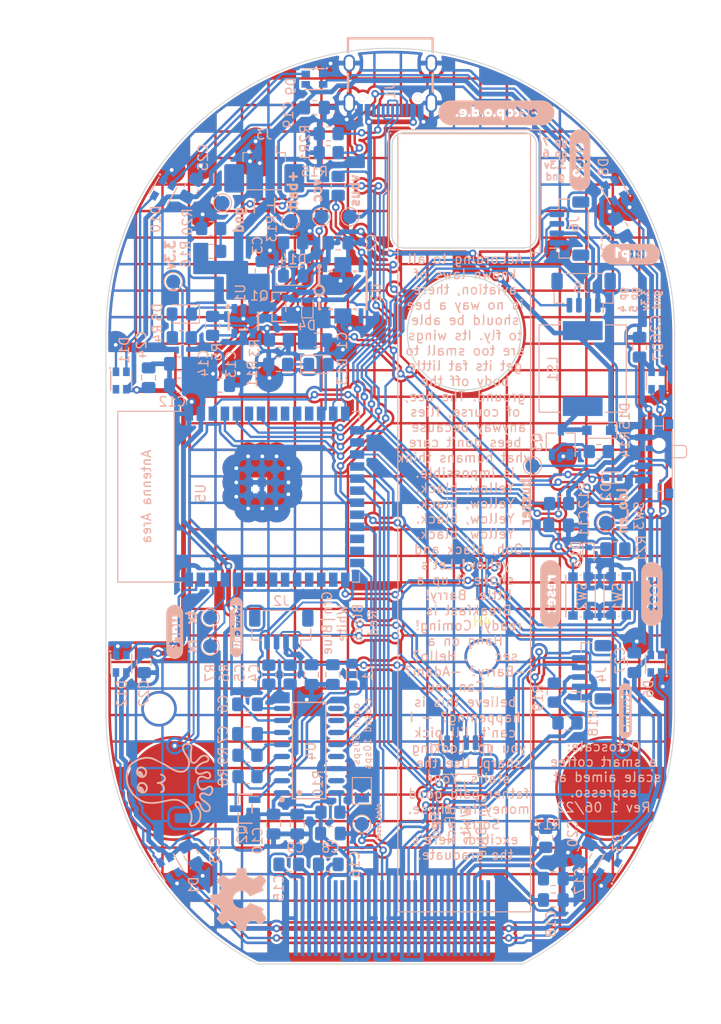
<source format=kicad_pcb>
(kicad_pcb (version 20211014) (generator pcbnew)
  (layers (0 "F.Cu" signal) (31 "B.Cu" signal) (34 "B.Paste" user) (35 "F.Paste" user) (36 "B.SilkS" user "B.Silkscreen") (37 "F.SilkS" user "F.Silkscreen") (38 "B.Mask" user) (39 "F.Mask" user) (44 "Edge.Cuts" user))
  (net 0 "")
  (net 1 "+BATT")
  (net 2 "VBUS")
  (net 3 "Net-(D5-Pad2)")
  (net 4 "GND")
  (net 5 "+3V3")
  (net 6 "VCC")
  (net 7 "Net-(D3-Pad2)")
  (net 8 "Net-(D6-Pad2)")
  (net 9 "Net-(D7-Pad2)")
  (net 10 "Net-(D8-Pad2)")
  (net 11 "Net-(D10-Pad4)")
  (net 14 "D-")
  (net 15 "D+")
  (net 16 "/CC1")
  (net 17 "/CC2")
  (net 18 "Net-(R5-Pad1)")
  (net 19 "/ADD")
  (net 20 "Net-(C6-Pad1)")
  (net 21 "Net-(C6-Pad2)")
  (net 22 "Net-(C7-Pad1)")
  (net 23 "Net-(C7-Pad2)")
  (net 24 "Net-(D5-Pad1)")
  (net 25 "Net-(D10-Pad2)")
  (net 26 "/A-")
  (net 27 "/A+")
  (net 28 "Net-(JP1-Pad2)")
  (net 29 "Net-(L1-Pad2)")
  (net 30 "Net-(Q2-Pad1)")
  (net 31 "Net-(R8-Pad2)")
  (net 33 "Net-(C15-Pad1)")
  (net 34 "Net-(C15-Pad2)")
  (net 35 "Net-(C16-Pad1)")
  (net 36 "Net-(C16-Pad2)")
  (net 37 "Net-(C17-Pad2)")
  (net 38 "Net-(C18-Pad2)")
  (net 40 "OLED_RESET")
  (net 41 "Net-(DS1-Pad26)")
  (net 42 "Net-(D1-Pad3)")
  (net 44 "TOUCH_1")
  (net 45 "TOUCH_2")
  (net 47 "SCALE_DATA")
  (net 48 "SCALE_SCK")
  (net 51 "RESET")
  (net 52 "NEOPIXELS")
  (net 53 "Net-(D13-Pad1)")
  (net 54 "BOOT")
  (net 55 "Net-(D14-Pad1)")
  (net 56 "BLUE")
  (net 57 "Net-(D15-Pad2)")
  (net 58 "Net-(Q3-Pad2)")
  (net 59 "BUZZER")
  (net 60 "LDO_EN")
  (net 61 "SDA")
  (net 62 "SCL")
  (net 78 "Net-(D1-Pad1)")
  (net 79 "UART0_RX")
  (net 80 "UART0_TX")
  (net 81 "EXP_1_A")
  (net 82 "EXP_1_B")
  (net 83 "EXP_2_A")
  (net 84 "EXP_2_B")
  (net 85 "Net-(D2-Pad2)")
  (net 86 "POWER_SWITCH_SENSE")
  (net 87 "BATT_SENSE")
  (footprint "TouchPads:TouchPad" (layer "F.Cu") (at 192.935 122)
    (fp_text reference "TP2" hide)
    (fp_text value "TOUCH_2")
  )
  (footprint "MountingHole:MountingHole_2.7mm_M2.5" (layer "F.Cu") (at 145.6 114.6)
    (fp_text reference "H2" hide)
    (fp_text value "MountingHole")
  )
  (footprint "TouchPads:TouchPad" (layer "F.Cu") (at 147.185 122.75)
    (fp_text reference "TP1" hide)
    (fp_text value "TOUCH_1")
  )
  (footprint "MountingHole:MountingHole_2.7mm_M2.5" (layer "F.Cu") (at 179.7 109.1)
    (fp_text reference "H4")
    (fp_text value "MountingHole")
  )
  (footprint "easyeda2kicad:LED-SMD_4P-L2.0-W2.0-TL_WS2812B-2020" (layer "B.Cu") (at 141.605 109.855 -90)
    (fp_text reference "D12")
    (fp_text value "WS2812B-2020")
  )
  (footprint "TestPoint:TestPoint_Pad_D1.5mm" (layer "B.Cu") (at 165.75 62.75 180)
    (fp_text reference "TP3" hide)
    (fp_text value "TestPoint")
  )
  (footprint "Resistor_SMD:R_0805_2012Metric_Pad1.20x1.40mm_HandSolder" (layer "B.Cu") (at 151.1 66.4)
    (fp_text reference "R16")
    (fp_text value "442K")
  )
  (footprint "Capacitor_SMD:C_0805_2012Metric_Pad1.18x1.45mm_HandSolder" (layer "B.Cu") (at 154.935003 114.129999)
    (fp_text reference "C6")
    (fp_text value "0.1uF")
  )
  (footprint "kibuzzard-62A1FF38" (layer "B.Cu") (at 194.8 114.8 -90)
    (fp_text reference "kibuzzard-62A1FF38" hide)
    (fp_text value "G***" hide)
  )
  (footprint "Resistor_SMD:R_0805_2012Metric_Pad1.20x1.40mm_HandSolder" (layer "B.Cu") (at 158.172499 78.309263 180)
    (fp_text reference "R11")
    (fp_text value "5.1K")
  )
  (footprint "Capacitor_SMD:C_0805_2012Metric_Pad1.18x1.45mm_HandSolder" (layer "B.Cu") (at 163.4625 131)
    (fp_text reference "C16")
    (fp_text value "1uF")
  )
  (footprint "Capacitor_SMD:C_0805_2012Metric_Pad1.18x1.45mm_HandSolder" (layer "B.Cu") (at 187.75 95.2625)
    (fp_text reference "C11")
    (fp_text value "1uF")
  )
  (footprint "easyeda2kicad:SOT-23-5_L3.0-W1.7-P0.95-LS2.8-BR" (layer "B.Cu") (at 154.499997 73.750004 90)
    (fp_text reference "U1")
    (fp_text value "TP4065")
  )
  (footprint "Capacitor_SMD:C_0805_2012Metric_Pad1.18x1.45mm_HandSolder" (layer "B.Cu") (at 154.934997 117.25)
    (fp_text reference "C7")
    (fp_text value "0.1uF")
  )
  (footprint "Capacitor_SMD:C_0805_2012Metric_Pad1.18x1.45mm_HandSolder" (layer "B.Cu") (at 144.5 79.7125 90)
    (fp_text reference "C24")
    (fp_text value "0.1uF")
  )
  (footprint "LED_SMD:LED_0805_2012Metric_Pad1.15x1.40mm_HandSolder" (layer "B.Cu") (at 162.4225 78.309262)
    (fp_text reference "D13")
    (fp_text value "Blue")
  )
  (footprint "Resistor_SMD:R_0805_2012Metric_Pad1.20x1.40mm_HandSolder" (layer "B.Cu") (at 151.249999 74.249998 90)
    (fp_text reference "R5")
    (fp_text value "2K")
  )
  (footprint "Capacitor_SMD:C_0805_2012Metric_Pad1.18x1.45mm_HandSolder" (layer "B.Cu") (at 164.499998 65.500001)
    (fp_text reference "C2")
    (fp_text value "10uF")
  )
  (footprint "TestPoint:TestPoint_Pad_D1.5mm" (layer "B.Cu") (at 162.75 62.75 180)
    (fp_text reference "TP4" hide)
    (fp_text value "TestPoint")
  )
  (footprint "Package_TO_SOT_SMD:TSOT-23" (layer "B.Cu") (at 188 86.5 90)
    (fp_text reference "Q3")
    (fp_text value "S8050")
  )
  (footprint "Capacitor_SMD:C_0805_2012Metric_Pad1.18x1.45mm_HandSolder" (layer "B.Cu") (at 187.2 132.5 180)
    (fp_text reference "C17")
    (fp_text value "4.7uF")
  )
  (footprint "kibuzzard-629E3B4E" (layer "B.Cu") (at 195.4 66.7 180)
    (fp_text reference "kibuzzard-629E3B4E" hide)
    (fp_text value "G***" hide)
  )
  (footprint "kibuzzard-629CD693" (layer "B.Cu") (at 186.9 102.5 -90)
    (fp_text reference "kibuzzard-629CD693" hide)
    (fp_text value "G***" hide)
  )
  (footprint "kibuzzard-629E3091" (layer "B.Cu") (at 147.25 106.5 -90)
    (fp_text reference "kibuzzard-629E3091" hide)
    (fp_text value "G***" hide)
  )
  (footprint "Diode_SMD:D_SOD-523" (layer "B.Cu") (at 161.249997 72.250003 90)
    (fp_text reference "D4")
    (fp_text value "PMEG2010AEB")
  )
  (footprint "kibuzzard-629CD677" (layer "B.Cu") (at 197.6 102.5 -90)
    (fp_text reference "kibuzzard-629CD677" hide)
    (fp_text value "G***" hide)
  )
  (footprint "Button_Switch_SMD:SW_Push_1P1T_NO_CK_KMR2" (layer "B.Cu") (at 190.075 102.725 90)
    (fp_text reference "SW2")
    (fp_text value "SW_Push")
  )
  (footprint "Capacitor_SMD:C_0805_2012Metric_Pad1.18x1.45mm_HandSolder" (layer "B.Cu") (at 159.2875 131 180)
    (fp_text reference "C15")
    (fp_text value "1uF")
  )
  (footprint "Resistor_SMD:R_0805_2012Metric_Pad1.20x1.40mm_HandSolder" (layer "B.Cu") (at 163.5 54 180)
    (fp_text reference "R2")
    (fp_text value "5.1K")
  )
  (footprint "Capacitor_SMD:C_0805_2012Metric_Pad1.18x1.45mm_HandSolder" (layer "B.Cu") (at 163.684998 127.749997)
    (fp_text reference "C8")
    (fp_text value "0.1uF")
  )
  (footprint "Resistor_SMD:R_0805_2012Metric_Pad1.20x1.40mm_HandSolder" (layer "B.Cu") (at 159.435003 111.000003 -90)
    (fp_text reference "R6")
    (fp_text value "100")
  )
  (footprint "Resistor_SMD:R_0805_2012Metric_Pad1.20x1.40mm_HandSolder" (layer "B.Cu") (at 157.185 111.000002 -90)
    (fp_text reference "R7")
    (fp_text value "100")
  )
  (footprint "easyeda2kicad:LED-SMD_4P-L2.0-W2.0-TL_WS2812B-2020" (layer "B.Cu") (at 193.04 131.321762 60)
    (fp_text reference "D3")
    (fp_text value "WS2812B-2020")
  )
  (footprint "Capacitor_SMD:C_0805_2012Metric_Pad1.18x1.45mm_HandSolder" (layer "B.Cu") (at 149 130 -60)
    (fp_text reference "C23")
    (fp_text value "0.1uF")
  )
  (footprint "Capacitor_SMD:C_0805_2012Metric_Pad1.18x1.45mm_HandSolder" (layer "B.Cu") (at 162.25 75.750002)
    (fp_text reference "C1")
    (fp_text value "10uF")
  )
  (footprint "Button_Switch_SMD:SW_Push_1P1T_NO_CK_KMR2" (layer "B.Cu") (at 194.1 102.7 90)
    (fp_text reference "SW1")
    (fp_text value "SW_Push")
  )
  (footprint "panelisation:octopus" (layer "B.Cu") (at 146.5 122.5 -90)
    (fp_text reference "G***" hide)
    (fp_text value "LOGO" hide)
  )
  (footprint "easyeda2kicad:LED-SMD_4P-L2.0-W2.0-TL_WS2812B-2020" (layer "B.Cu") (at 193.675 60 120)
    (fp_text reference "D8")
    (fp_text value "WS2812B-2020")
  )
  (footprint "Resistor_SMD:R_0805_2012Metric_Pad1.20x1.40mm_HandSolder" (layer "B.Cu") (at 158.249998 75.749999 180)
    (fp_text reference "R3")
    (fp_text value "100k")
  )
  (footprint "Connector_Molex:Molex_PicoBlade_53398-0271_1x02-1MP_P1.25mm_Vertical" (layer "B.Cu") (at 156.7 57.2 180)
    (fp_text reference "J3")
    (fp_text value "Molex picoblade vertical C122410")
  )
  (footprint "kibuzzard-629CE03A" (layer "B.Cu") (at 153.75 106 -90)
    (fp_text reference "kibuzzard-629CE03A" hide)
    (fp_text value "G***" hide)
  )
  (footprint "easyeda2kicad:HSOP-6_L5.0-W3.9-P1.91-LS6.0-BL" (layer "B.Cu") (at 165 70.5)
    (fp_text reference "U2")
    (fp_text value "S-1172B33-E6T1U")
  )
  (footprint "TestPoint:TestPoint_Pad_D1.5mm" (layer "B.Cu") (at 151 105 180)
    (fp_text reference "TP11" hide)
    (fp_text value "TestPoint")
  )
  (footprint "LoadCell:LoadCell" (layer "B.Cu") (at 177.8 95)
    (fp_text reference "REF**" hide)
    (fp_text value "LoadCell")
    (fp_line (start -6.340974 -41.138974) (end 6.340974 -41.138974) (layer "Edge.Cuts") (width 0.12))
    (fp_line (start 6.340974 -28.965026) (end -6.35 -28.956) (layer "Edge.Cuts") (width 0.12))
    (fp_line (start -7.62 -30.226) (end -7.610974 -39.868974) (layer "Edge.Cuts") (width 0.12))
    (fp_line (start 7.610974 -39.868974) (end 7.610974 -30.235026) (layer "Edge.Cuts") (width 0.12))
    (fp_arc (start -7.610974 -39.868974) (mid -7.239 -40.767) (end -6.340974 -41.138974) (layer "Edge.Cuts") (width 0.12))
    (fp_arc (start 6.340974 -41.138974) (mid 7.239001 -40.767001) (end 7.610974 -39.868974) (layer "Edge.Cuts") (width 0.12))
    (fp_arc (start 7.610974 -30.235026) (mid 7.239001 -29.336999) (end 6.340974 -28.965026) (layer "Edge.Cuts") (width 0.12))
    (fp_arc (start -6.35 -28.956) (mid -7.248026 -29.327974) (end -7.62 -30.226) (layer "Edge.Cuts") (width 0.12))
    (fp_circle (center 0 -20) (end 6 -20) (layer "Edge.Cuts") (width 0.12) (fill none))
  )
  (footprint "Resistor_SMD:R_0805_2012Metric_Pad1.20x1.40mm_HandSolder" (layer "B.Cu") (at 163.5 56 180)
    (fp_text reference "R1")
    (fp_text value "5.1K")
  )
  (footprint "Capacitor_SMD:C_0805_2012Metric_Pad1.18x1.45mm_HandSolder" (layer "B.Cu") (at 162 51.25)
    (fp_text reference "C19")
    (fp_text value "0.1uF")
  )
  (footprint "TestPoint:TestPoint_Pad_D1.5mm" (layer "B.Cu") (at 147.1 69.6 180)
    (fp_text reference "TP12" hide)
    (fp_text value "TestPoint")
  )
  (footprint "Resistor_SMD:R_0805_2012Metric_Pad1.20x1.40mm_HandSolder" (layer "B.Cu") (at 187.808013 92.979007 180)
    (fp_text reference "R12")
    (fp_text value "5.1K")
  )
  (footprint "Symbol:OSHW-Symbol_6.7x6mm_SilkScreen" (layer "B.Cu") (at 154 134.7 -90)
    (fp_text reference "REF**" hide)
    (fp_text value "OSHW-Symbol_6.7x6mm_SilkScreen" hide)
  )
  (footprint "Resistor_SMD:R_0805_2012Metric_Pad1.20x1.40mm_HandSolder" (layer "B.Cu") (at 147.999999 75.5 180)
    (fp_text reference "R4")
    (fp_text value "5.1K")
  )
  (footprint "TestPoint:TestPoint_Pad_D1.5mm" (layer "B.Cu") (at 167 126.75 180)
    (fp_text reference "TP8" hide)
    (fp_text value "TestPoint")
  )
  (footprint "Capacitor_SMD:C_0805_2012Metric_Pad1.18x1.45mm_HandSolder" (layer "B.Cu") (at 147.75 80.5 180)
    (fp_text reference "C12")
    (fp_text value "10uF")
  )
  (footprint "easyeda2kicad:LED-SMD_4P-L2.0-W2.0-TL_WS2812B-2020" (layer "B.Cu") (at 146.685 131.321762 -60)
    (fp_text reference "D1")
    (fp_text value "WS2812B-2020")
  )
  (footprint "Jumper:SolderJumper-2_P1.3mm_Open_TrianglePad1.0x1.5mm" (layer "B.Cu") (at 167 123.25 -90)
    (fp_text reference "JP1" hide)
    (fp_text value "Default: Open")
  )
  (footprint "Capacitor_SMD:C_0805_2012Metric_Pad1.18x1.45mm_HandSolder" (layer "B.Cu") (at 196.3 76.5 90)
    (fp_text reference "C26")
    (fp_text value "0.1uF")
  )
  (footprint "LED_SMD:LED_0805_2012Metric_Pad1.15x1.40mm_HandSolder" (layer "B.Cu") (at 159.749996 68.999998)
    (fp_text reference "D14")
    (fp_text value "Red")
  )
  (footprint "easyeda2kicad:SOT-23-3_L2.9-W1.3-P1.90-LS2.4-BR" (layer "B.Cu") (at 158.249998 72.250004)
    (fp_text reference "Q1")
    (fp_text value "AO3415_C181094")
  )
  (footprint "Diode_SMD:D_SOD-523" (layer "B.Cu") (at 193.5 90.25)
    (fp_text reference "D2")
    (fp_text value "PMEG2010AEB")
  )
  (footprint "TestPoint:TestPoint_Pad_D1.5mm" (layer "B.Cu") (at 151 108 180)
    (fp_text reference "TP7" hide)
    (fp_text value "TestPoint")
  )
  (footprint "easyeda2kicad:LED-SMD_4P-L2.0-W2.0-TL_WS2812B-2020" (layer "B.Cu") (at 146.05 60 -120)
    (fp_text reference "D10")
    (fp_text value "WS2812B-2020")
  )
  (footprint "Display:OLED-128O064D" (layer "B.Cu") (at 170.185 136.6675)
    (fp_text reference "DS1" hide)
    (fp_text value "OLED-128O064D")
  )
  (footprint "TestPoint:TestPoint_Pad_D1.5mm" (layer "B.Cu") (at 159.5 63.2 180)
    (fp_text reference "TP6" hide)
    (fp_text value "TestPoint")
  )
  (footprint "Resistor_SMD:R_0805_2012Metric_Pad1.20x1.40mm_HandSolder" (layer "B.Cu") (at 187.3 112.9 90)
    (fp_text reference "R19")
    (fp_text value "10k")
  )
  (footprint "kibuzzard-629CDB8B" (layer "B.Cu") (at 181.2 51.8 180)
    (fp_text reference "kibuzzard-629CDB8B" hide)
    (fp_text value "G***" hide)
  )
  (footprint "Connector_JST:JST_SH_BM04B-SRSS-TB_1x04-1MP_P1.00mm_Vertical" (layer "B.Cu") (at 190.4 70.75 180)
    (fp_text reference "J5")
    (fp_text value "JST-SH")
  )
  (footprint "Capacitor_SMD:C_0805_2012Metric_Pad1.18x1.45mm_HandSolder" (layer "B.Cu") (at 152 80.5)
    (fp_text reference "C13")
    (fp_text value "10uF")
  )
  (footprint "easyeda2kicad:LED-SMD_4P-L2.0-W2.0-TL_WS2812B-2020" (layer "B.Cu") (at 198.12 80.01 90)
    (fp_text reference "D7")
    (fp_text value "WS2812B-2020")
  )
  (footprint "Resistor_SMD:R_0805_2012Metric_Pad1.20x1.40mm_HandSolder" (layer "B.Cu") (at 186.4 128.2 -90)
    (fp_text reference "R17")
    (fp_text value "400k")
  )
  (footprint "Connector_JST:JST_SH_BM04B-SRSS-TB_1x04-1MP_P1.00mm_Vertical" (layer "B.Cu") (at 188.9 64 90)
    (fp_text reference "J6")
    (fp_text value "JST-SH")
  )
  (footprint "Resistor_SMD:R_0805_2012Metric_Pad1.20x1.40mm_HandSolder" (layer "B.Cu") (at 154.934997 119.499999)
    (fp_text reference "R9")
    (fp_text value "8.2K")
  )
  (footprint "Capacitor_SMD:C_0805_2012Metric_Pad1.18x1.45mm_HandSolder" (layer "B.Cu") (at 149 59.75 60)
    (fp_text reference "C25")
    (fp_text value "0.1uF")
  )
  (footprint "Capacitor_SMD:C_0805_2012Metric_Pad1.18x1.45mm_HandSolder" (layer "B.Cu") (at 156.5 68.5 90)
    (fp_text reference "C3")
    (fp_text value "10uF")
  )
  (footprint "Resistor_SMD:R_0805_2012Metric_Pad1.20x1.40mm_HandSolder" (layer "B.Cu") (at 154.934999 121.75)
    (fp_text reference "R8")
    (fp_text value "20K")
  )
  (footprint "Capacitor_SMD:C_0805_2012Metric_Pad1.18x1.45mm_HandSolder" (layer "B.Cu") (at 190.5 129.75 -120)
    (fp_text reference "C20")
    (fp_text value "0.1uF")
  )
  (footprint "Capacitor_SMD:C_0805_2012Metric_Pad1.18x1.45mm_HandSolder" (layer "B.Cu") (at 160.185001 126.75 -90)
    (fp_text reference "C9")
    (fp_text value "0.1uF")
  )
  (footprint "Espressif:ESP32-S3-WROOM-1" (layer "B.Cu") (at 157 92.25 -90)
    (fp_text reference "U5")
    (fp_text value "ESP32-S3-WROOM-1")
  )
  (footprint "Diode_SMD:D_SOD-523" (layer "B.Cu") (at 190.9 98.3 -90)
    (fp_text reference "D16")
    (fp_text value "3v Zener, BZT52C3V0T")
  )
  (footprint "easyeda2kicad:LED-SMD_4P-L2.0-W2.0-TL_WS2812B-2020" (layer "B.Cu") (at 198.035 109.855 90)
    (fp_text reference "D6")
    (fp_text value "WS2812B-2020")
  )
  (footprint "Capacitor_SMD:C_0805_2012Metric_Pad1.18x1.45mm_HandSolder" (layer "B.Cu") (at 195.75 109.75 90)
    (fp_text reference "C27")
    (fp_text value "0.1uF")
  )
  (footprint "Connector_JST:JST_SH_BM04B-SRSS-TB_1x04-1MP_P1.00mm_Vertical" (layer "B.Cu") (at 177.5 119.5)
    (fp_text reference "J7")
    (fp_text value "Conn_01x04_Male")
  )
  (footprint "Buzzer_Beeper:Buzzer_CUI_CPT-9019S-SMT" (layer "B.Cu") (at 190.3 78.75 -90)
    (fp_text reference "LS1")
    (fp_text value "MLT-8530")
  )
  (footprint "Capacitor_SMD:C_0805_2012Metric_Pad1.18x1.45mm_HandSolder" (layer "B.Cu") (at 194.3 63.9 120)
    (fp_text reference "C21")
    (fp_text value "0.1uF")
  )
  (footprint "easyeda2kicad:SOT-23-3_L2.9-W1.3-P1.90-LS2.4-BR" (layer "B.Cu") (at 154.685 125.129995)
    (fp_text reference "Q2")
    (fp_text value "MMBT44032T")
  )
  (footprint "Capacitor_SMD:C_0805_2012Metric_Pad1.18x1.45mm_HandSolder" (layer "B.Cu") (at 144 109.75 -90)
    (fp_text reference "C22")
    (fp_text value "0.1uF")
  )
  (footprint "Inductor_SMD:L_0805_2012Metric_Pad1.05x1.20mm_HandSolder" (layer "B.Cu") (at 165.935004 110.999999 -90)
    (fp_text reference "L1")
    (fp_text value "3.3uH")
  )
  (footprint "easyeda2kicad:SOP-16_L10.0-W3.9-P1.27-LS6.0-BL" (layer "B.Cu") (at 161.434999 119 90)
    (fp_text reference "U4")
    (fp_text value "HX711")
  )
  (footprint "Resistor_SMD:R_0805_2012Metric_Pad1.20x1.40mm_HandSolder" (layer "B.Cu") (at 164.5 59.5 -90)
    (fp_text reference "R15")
    (fp_text value "10K")
  )
  (footprint "Resistor_SMD:R_0805_2012Metric_Pad1.20x1.40mm_HandSolder" (layer "B.Cu") (at 159.75 65.500001)
    (fp_text reference "R13")
    (fp_text value "5.1K")
  )
  (footprint "TestPoint:TestPoint_Pad_D1.5mm" (layer "B.Cu") (at 185 89 180)
    (fp_text reference "TP9" hide)
    (fp_text value "TestPoint")
  )
  (footprint "TestPoint:TestPoint_Pad_D1.5mm" (layer "B.Cu") (at 152.3 61.3 180)
    (fp_text reference "TP10" hide)
    (fp_text value "TestPoint")
  )
  (footprint "easyeda2kicad:LED-SMD_4P-L2.0-W2.0-TL_WS2812B-2020" (layer "B.Cu") (at 162 48.25 180)
    (fp_text reference "D9")
    (fp_text value "WS2812B-2020")
  )
  (footprint "Resistor_SMD:R_0805_2012Metric_Pad1.20x1.40mm_HandSolder" (layer "B.Cu") (at 163.685003 125.500003)
    (fp_text reference "R10")
    (fp_text value "10K")
  )
  (footprint "TestPoint:TestPoint_Pad_D1.5mm" (layer "B.Cu") (at 192.75 95 180)
    (fp_text reference "TP5" hide)
    (fp_text value "TestPoint")
  )
  (footprint "Resistor_SMD:R_0805_2012Metric_Pad1.20x1.40mm_HandSolder" (layer "B.Cu") (at 193.75 97.75)
    (fp_text reference "R21")
    (fp_text value "10K")
  )
  (footprint "Capacitor_SMD:C_0805_2012Metric_Pad1.18x1.45mm_HandSolder" (layer "B.Cu") (at 157.685 126.749999 -90)
    (fp_text reference "C10")
    (fp_text value "10uF")
  )
  (footprint "Capacitor_SMD:C_0805_2012Metric_Pad1.18x1.45mm_HandSolder" (layer "B.Cu") (at 147.75 78.25 180)
    (fp_text reference "C14")
    (fp_text value "1uF")
  )
  (footprint "Capacitor_SMD:C_0805_2012Metric_Pad1.18x1.45mm_HandSolder" (layer "B.Cu") (at 187.2 134.75 180)
    (fp_text reference "C18")
    (fp_text value "2.2uF")
  )
  (footprint "Capacitor_SMD:C_0805_2012Metric_Pad1.18x1.45mm_HandSolder" (layer "B.Cu") (at 163.935 110.999995 -90)
    (fp_text reference "C4")
    (fp_text value "0.1uF")
  )
  (footprint "Connector_JST:JST_SH_BM04B-SRSS-TB_1x04-1MP_P1.00mm_Vertical" (layer "B.Cu") (at 191.25 110.75 90)
    (fp_text reference "J4")
    (fp_text value "JST-SH, stemma")
  )
  (footprint "Capacitor_SMD:C_0805_2012Metric_Pad1.18x1.45mm_HandSolder" (layer "B.Cu") (at 161.685002 111.000004 -90)
    (fp_text reference "C5")
    (fp_text value "10uF")
  )
  (footprint "Button_Switch_SMD:SW_SPDT_PCM12" (layer "B.Cu") (at 198.025 88.25 -90)
    (fp_text reference "SW3")
    (fp_text value "SW_SPDT")
  )
  (footprint "Resistor_SMD:R_0805_2012Metric_Pad1.20x1.40mm_HandSolder" (layer "B.Cu") (at 188.7 116.1 180)
    (fp_text reference "R18")
    (fp_text value "10k")
  )
  (footprint "Resistor_SMD:R_0805_2012Metric_Pad1.20x1.40mm_HandSolder" (layer "B.Cu") (at 151.1 64 180)
    (fp_text reference "R20")
    (fp_text value "160K")
  )
  (footprint "Connector_JST:JST_SH_BM04B-SRSS-TB_1x04-1MP_P1.00mm_Vertical" (layer "B.Cu") (at 158.5 106.249999 180)
    (fp_text reference "J2")
    (fp_text value "Conn_01x04_Male")
  )
  (footprint "Resistor_SMD:R_0805_2012Metric_Pad1.20x1.40mm_HandSolder" (layer "B.Cu") (at 192 87.5 180)
    (fp_text reference "R14")
    (fp_text value "2K")
  )
  (footprint "kibuzzard-629E3B7C" (layer "B.Cu") (at 190 56.8 -90)
    (fp_text reference "kibuzzard-629E3B7C" hide)
    (fp_text value "G***" hide)
  )
  (footprint "LED_SMD:LED_0805_2012Metric_Pad1.15x1.40mm_HandSolder" (layer "B.Cu") (at 147.999999 72.999998 180)
    (fp_text reference "D5")
    (fp_text value "Orange")
  )
  (footprint "easyeda2kicad:USB-C_SMD-TYPE-C-31-M-12" (layer "B.Cu") (at 170 49.0425)
    (fp_text reference "J1")
    (fp_text value "USB_C_Receptacle_USB2.0  TYPE-C-31-M-12")
  )
  (footprint "easyeda2kicad:LED-SMD_4P-L2.0-W2.0-TL_WS2812B-2020" (layer "B.Cu") (at 141.605 80.01 -90)
    (fp_text reference "D11")
    (fp_text value "WS2812B-2020")
  )
  (footprint "Diode_SMD:D_SOD-323_HandSoldering" (layer "B.Cu") (at 192 85.25 180)
    (fp_text reference "D15")
    (fp_text value "1N4148")
  )
  (gr_line (start 140 75) (end 140 115) (layer "Edge.Cuts") (width 0.1))
  (gr_line (start 200 75) (end 200 115) (layer "Edge.Cuts") (width 0.1))
  (gr_line (start 156 141.5) (end 184 141.5) (layer "Edge.Cuts") (width 0.1))
  (gr_arc (start 200 115) (mid 195.689805 130.477807) (end 184 141.5) (layer "Edge.Cuts") (width 0.1))
  (gr_arc (start 140 75) (mid 170 45.003399) (end 200 75) (layer "Edge.Cuts") (width 0.1))
  (gr_arc (start 156 141.5) (mid 144.321719 130.470848) (end 140 115) (layer "Edge.Cuts") (width 0.1))
  (gr_text "-" (at 155.5 61.6 90) (layer "B.SilkS") (effects (font (size 2 2)) (justify mirror)))
  (gr_text "oled_reset" (at 168.75 126.5 90) (layer "B.SilkS") (effects (font (size 0.5 0.5) (thickness 0.125)) (justify mirror)))
  (gr_text "According to all\nknown laws of\naviation, there\nis no way a bee\nshould be able\nto fly. Its wings\nare too small to\nget its fat little\nbody off the\nground. The bee,\nof course, flies\nanyway because \nbees don't care\nwhat humans think\nis impossible.\nYellow, black.\nYellow, black.\nYellow, black.\nYellow, black.\nOoh, black and \nyellow! Let's\nshake it up a\nlittle. Barry! \nBreakfast is \nready! Coming! \nHang on a\nsecond. Hello?\n-Barry? -Adam?\n- Can you\nbelieve this is\nhappening? - I\ncan't. I'll pick\nyou up. Looking \nsharp. Use the \nstairs. Your \nfather paid good \nmoney for those. \nSorry. I'm\nexcited. Here's\nthe graduate." (at 177.9 98.6) (layer "B.SilkS") (effects (font (size 1 1)) (justify mirror)))
  (gr_text "+batt" (at 159.7 60 90) (layer "B.SilkS") (effects (font (size 1 1) (thickness 0.25)) (justify mirror)))
  (gr_text "vcc" (at 162.25 60 90) (layer "B.SilkS") (effects (font (size 1 1) (thickness 0.25)) (justify mirror)))
  (gr_text "gp 4\ngp 5\n3.3v\ngnd" (at 196.3 71.5 90) (layer "B.SilkS") (effects (font (size 0.75 0.75) (thickness 0.1875)) (justify mirror)))
  (gr_text "Rev 1 06/22" (at 192.5 125) (layer "B.SilkS") (effects (font (size 1 1)) (justify mirror)))
  (gr_text "open 80sps\nclosed 10sps" (at 167 117.25 -270) (layer "B.SilkS") (effects (font (size 0.75 0.75) (thickness 0.1)) (justify mirror)))
  (gr_text "tx" (at 149 105 90) (layer "B.SilkS") (effects (font (size 1 1) (thickness 0.25)) (justify mirror)))
  (gr_text "Grn|Blue\nWhite\nBlack\nRed" (at 165.75 105.571762 90) (layer "B.SilkS") (effects (font (size 1 1)) (justify mirror)))
  (gr_text "buzzer" (at 184.25 92.75 90) (layer "B.SilkS") (effects (font (size 1 1) (thickness 0.25)) (justify mirror)))
  (gr_text "gnd" (at 154 63.1 90) (layer "B.SilkS") (effects (font (size 1 1) (thickness 0.25)) (justify mirror)))
  (gr_text "ldo_en" (at 194.5 93.75 90) (layer "B.SilkS") (effects (font (size 1 1) (thickness 0.25)) (justify mirror)))
  (gr_text "3.3v" (at 146.8 66.8 90) (layer "B.SilkS") (effects (font (size 1 1) (thickness 0.25)) (justify mirror)))
  (gr_text "+" (at 157.8 61.4) (layer "B.SilkS") (effects (font (size 2 2)) (justify mirror)))
  (gr_text "Octoscale:\na smart coffee\nscale aimed at \nespresso." (at 192.5 121) (layer "B.SilkS") (effects (font (size 1 1)) (justify mirror)))
  (gr_text "vbus" (at 166.25 60 90) (layer "B.SilkS") (effects (font (size 1 1) (thickness 0.25)) (justify mirror)))
  (gr_text "Red\nBlack\nWhite\nGrn|Blue" (at 177.2 126.9 90) (layer "B.SilkS") (effects (font (size 1 1)) (justify mirror)))
  (gr_text "rx\n" (at 149 108 90) (layer "B.SilkS") (effects (font (size 1 1) (thickness 0.25)) (justify mirror)))
  (gr_text "gp 7\ngp 6\n3.3v\ngnd" (at 187.4 56.7) (layer "B.SilkS") (effects (font (size 0.75 0.75) (thickness 0.1875)) (justify mirror)))
  (segment (start 197.405479 83.155479) (end 197.25 83) (width 0.5) (layer "F.Cu") (net 1))
  (segment (start 143.321762 81.071762) (end 143.25 81) (width 0.5) (layer "F.Cu") (net 1))
  (segment (start 147.071762 81.071762) (end 143.321762 81.071762) (width 0.5) (layer "F.Cu") (net 1))
  (segment (start 148.185 107.321762) (end 148.185 82.185) (width 0.5) (layer "F.Cu") (net 1))
  (segment (start 197.5 93.75) (end 197.405479 93.655479) (width 0.5) (layer "F.Cu") (net 1))
  (segment (start 146.756762 108.75) (end 148.185 107.321762) (width 0.5) (layer "F.Cu") (net 1))
  (segment (start 145.5 108.75) (end 146.756762 108.75) (width 0.5) (layer "F.Cu") (net 1))
  (segment (start 197.405479 93.655479) (end 197.405479 83.155479) (width 0.5) (layer "F.Cu") (net 1))
  (segment (start 158 137.75) (end 182.5 137.75) (width 0.5) (layer "F.Cu") (net 1))
  (segment (start 148.185 82.185) (end 147.071762 81.071762) (width 0.5) (layer "F.Cu") (net 1))
  (via (at 197.25 83) (size 0.8) (drill 0.4) (layers "F.Cu" "B.Cu") (net 1))
  (via (at 158 137.75) (size 0.8) (drill 0.4) (layers "F.Cu" "B.Cu") (net 1))
  (via (at 145.5 108.75) (size 0.8) (drill 0.4) (layers "F.Cu" "B.Cu") (net 1))
  (via (at 143.25 81) (size 0.8) (drill 0.4) (layers "F.Cu" "B.Cu") (net 1))
  (via (at 197.5 93.75) (size 0.8) (drill 0.4) (layers "F.Cu" "B.Cu") (net 1))
  (via (at 182.5 137.75) (size 0.8) (drill 0.4) (layers "F.Cu" "B.Cu") (net 1))
  (segment (start 146.701314 130.250019) (end 145.948537 129.497242) (width 0.5) (layer "B.Cu") (net 1))
  (segment (start 195.75 110.67) (end 197.485 108.935) (width 0.5) (layer "B.Cu") (net 1))
  (segment (start 179.36379 49.824519) (end 177.953211 48.41394) (width 0.5) (layer "B.Cu") (net 1))
  (segment (start 144.172973 126.772974) (end 143.2 125.800001) (width 0.5) (layer "B.Cu") (net 1))
  (segment (start 157.57548 60.779464) (end 157.325 60.528984) (width 1) (layer "B.Cu") (net 1))
  (segment (start 191.625166 128.851499) (end 193.023686 130.250019) (width 0.4) (layer "B.Cu") (net 1))
  (segment (start 157.325 54.416) (end 160.491 51.25) (width 1) (layer "B.Cu") (net 1))
  (segment (start 142.155 111.149031) (end 142.155 110.775) (width 0.5) (layer "B.Cu") (net 1))
  (segment (start 191.01875 128.851499) (end 191.625166 128.851499) (width 0.4) (layer "B.Cu") (net 1))
  (segment (start 192.681057 59.535886) (end 192.738686 59.478257) (width 0.5) (layer "B.Cu") (net 1))
  (segment (start 197.57 68.982494) (end 196.12548 67.537974) (width 0.5) (layer "B.Cu") (net 1))
  (segment (start 142.225 81) (end 142.155 80.93) (width 0.5) (layer "B.Cu") (net 1))
  (segment (start 197.57 79.09) (end 197.57 68.982494) (width 0.5) (layer "B.Cu") (net 1))
  (segment (start 148.48125 60.648501) (end 146.489556 60.648501) (width 0.5) (layer "B.Cu") (net 1))
  (segment (start 144.18 108.75) (end 142.155 110.775) (width 0.5) (layer "B.Cu") (net 1))
  (segment (start 144.50952 128.443308) (end 144.509519 127.109519) (width 0.5) (layer "B.Cu") (net 1))
  (segment (start 177.953211 48.41394) (end 166.238522 48.41394) (width 0.5) (layer "B.Cu") (net 1))
  (segment (start 195.75 110.7875) (end 195.75 110.67) (width 0.5) (layer "B.Cu") (net 1))
  (segment (start 151.1 58.08573) (end 155.46523 53.7205) (width 0.5) (layer "B.Cu") (net 1))
  (segment (start 142.606246 123.293753) (end 142.1 122.787507) (width 0.5) (layer "B.Cu") (net 1))
  (segment (start 149.5 129) (end 148.582749 129) (width 0.5) (layer "B.Cu") (net 1))
  (segment (start 142.863453 124.35096) (end 142.606246 124.093753) (width 0.5) (layer "B.Cu") (net 1))
  (segment (start 142.606246 124.093753) (end 142.606246 123.293753) (width 0.5) (layer "B.Cu") (net 1))
  (segment (start 143.25 81) (end 142.225 81) (width 0.5) (layer "B.Cu") (net 1))
  (segment (start 151.5 131) (end 149.5 129) (width 0.5) (layer "B.Cu") (net 1))
  (segment (start 157.325 60.528984) (end 157.325 54.416) (width 1) (layer "B.Cu") (net 1))
  (segment (start 163.819511 49.599511) (end 162.150489 49.599511) (width 0.5) (layer "B.Cu") (net 1))
  (segment (start 143.25 81) (end 144 81) (width 0.5) (layer "B.Cu") (net 1))
  (segment (start 157.57548 62.17548) (end 157.57548 60.779464) (width 0.5) (layer "B.Cu") (net 1))
  (segment (start 141.62952 111.674511) (end 142.155 111.149031) (width 0.5) (layer "B.Cu") (net 1))
  (segment (start 197.57 78.8075) (end 197.57 79.09) (width 0.5) (layer "B.Cu") (net 1))
  (segment (start 142.863453 124.731703) (end 142.863453 124.35096) (width 0.5) (layer "B.Cu") (net 1))
  (segment (start 145.563454 129.497242) (end 144.50952 128.443308) (width 0.5) (layer "B.Cu") (net 1))
  (segment (start 143.2 125.800001) (end 143.2 125.06825) (width 0.5) (layer "B.Cu") (net 1))
  (segment (start 197.485 93.765) (end 197.5 93.75) (width 0.5) (layer "B.Cu") (net 1))
  (segment (start 196.3 77.5375) (end 197.57 78.8075) (width 0.5) (layer "B.Cu") (net 1))
  (segment (start 142.954511 80.130489) (end 142.155 80.93) (width 0.5) (layer "B.Cu") (net 1))
  (segment (start 146.489556 60.648501) (end 146.066314 61.071743) (width 0.5) (layer "B.Cu") (net 1))
  (segment (start 147.648501 129.351499) (end 146.749981 130.250019) (width 0.5) (layer "B.Cu") (net 1))
  (segment (start 190.950969 132.4195) (end 191.126057 132.244412) (width 0.5) (layer "B.Cu") (net 1))
  (segment (start 146.066314 61.071743) (end 144.2 62.938057) (width 0.5) (layer "B.Cu") (net 1))
  (segment (start 151.5 134.443653) (end 151.5 131) (width 0.5) (layer "B.Cu") (net 1))
  (segment (start 192.502894 59.478257) (end 182.849157 49.82452) (width 0.5) (layer "B.Cu") (net 1))
  (segment (start 197.584353 124.862956) (end 197.209214 125.853207) (width 0.5) (layer "B.Cu") (net 1))
  (segment (start 165.70343 48.949031) (end 164.469991 48.949031) (width 0.5) (layer "B.Cu") (net 1))
  (segment (start 188.690264 136.997242) (end 190.950969 134.736537) (width 0.5) (layer "B.Cu") (net 1))
  (segment (start 158.6 63.2) (end 157.57548 62.17548) (width 0.5) (layer "B.Cu") (net 1))
  (segment (start 148.48125 60.648501) (end 149.551499 60.648501) (width 0.5) (layer "B.Cu") (net 1))
  (segment (start 141.62952 119.717026) (end 141.62952 111.674511) (width 0.5) (layer "B.Cu") (net 1))
  (segment (start 160.9625 50.7875) (end 162.150489 49.599511) (width 0.4) (layer "B.Cu") (net 1))
  (segment (start 157.57548 60.779464) (end 155.2 63.154944) (width 1) (layer "B.Cu") (net 1))
  (segment (start 195.75 110.7875) (end 195.75 112.57452) (width 0.5) (layer "B.Cu") (net 1))
  (segment (start 142.1 122.787507) (end 142.099999 120.187505) (width 0.5) (layer "B.Cu") (net 1))
  (segment (start 142.954511 76.357982) (end 142.954511 80.130489) (width 0.5) (layer "B.Cu") (net 1))
  (segment (start 148.582749 129) (end 148.23125 129.351499) (width 0.5) (layer "B.Cu") (net 1))
  (segment (start 146.749981 130.250019) (end 146.701314 130.250019) (width 0.5) (layer "B.Cu") (net 1))
  (segment (start 149.551499 60.648501) (end 151.1 59.1) (width 0.5) (layer "B.Cu") (net 1))
  (segment (start 144.2 75.112493) (end 142.954511 76.357982) (width 0.5) (layer "B.Cu") (net 1))
  (segment (start 192.738686 59.478257) (end 192.502894 59.478257) (width 0.5) (layer "B.Cu") (net 1))
  (segment (start 155.2 63.154944) (end 155.2 63.2) (width 1) (layer "B.Cu") (net 1))
  (segment (start 191.126057 132.244412) (end 191.126057 131.542596) (width 0.5) (layer "B.Cu") (net 1))
  (segment (start 144 81) (end 144.25 80.75) (width 0.5) (layer "B.Cu") (net 1))
  (segment (start 154.806347 137.75) (end 151.5 134.443653) (width 0.5) (layer "B.Cu") (net 1))
  (segment (start 198.42548 122.074547) (end 198.225888 122.844994) (width 0.5) (layer "B.Cu") (net 1))
  (segment (start 187.197025 136.997243) (end 188.690264 136.997242) (width 0.5) (layer "B.Cu") (net 1))
  (segment (start 186.444268 137.75) (end 187.197025 136.997243) (width 0.5) (layer "B.Cu") (net 1))
  (segment (start 197.923392 123.859778) (end 197.584353 124.862956) (width 0.5) (layer "B.Cu") (net 1))
  (segment (start 155.46523 53.7205) (end 158.0205 53.7205) (width 0.5) (layer "B.Cu") (net 1))
  (segment (start 159.5 63.2) (end 158.6 63.2) (width 0.5) (layer "B.Cu") (net 1))
  (segment (start 196.6 77.8375) (end 196.3 77.5375) (width 0.5) (layer "B.Cu") (net 1))
  (segment (start 143.2 125.06825) (end 142.863453 124.731703) (width 0.5) (layer "B.Cu") (net 1))
  (segment (start 151.1 59.1) (end 151.1 58.08573) (width 0.5) (layer "B.Cu") (net 1))
  (segment (start 197.25 83) (end 196.6 82.35) (width 0.5) (layer "B.Cu") (net 1))
  (segment (start 161.879511 49.599511) (end 161.08 48.8) (width 0.5) (layer "B.Cu") (net 1))
  (segment (start 144.509519 127.109519) (end 144.172973 126.772974) (width 0.5) (layer "B.Cu") (net 1))
  (segment (start 197.209214 125.853207) (end 197.204799 125.863698) (width 0.5) (layer "B.Cu") (net 1))
  (segment (start 196.6 82.35) (end 196.6 77.8375) (width 0.5) (layer "B.Cu") (net 1))
  (segment (start 193.023686 130.044811) (end 193.023686 130.250019) (width 0.5) (layer "B.Cu") (net 1))
  (segment (start 160.9625 51.25) (end 160.9625 50.7875) (width 0.4) (layer "B.Cu") (net 1))
  (segment (start 182.849157 49.82452) (end 179.36379 49.824519) (width 0.5) (layer "B.Cu") (net 1))
  (segment (start 195.75 112.57452) (end 198.42548 115.25) (width 0.5) (layer "B.Cu") (net 1))
  (segment (start 192.3 60.918696) (end 192.738686 60.48001) (width 0.5) (layer "B.Cu") (net 1))
  (segment (start 182.5 137.75) (end 186.444268 137.75) (width 0.5) (layer "B.Cu") (net 1))
  (segment (start 158 137.75) (end 154.806347 137.75) (width 0.5) (layer "B.Cu") (net 1))
  (segment (start 192.249981 130.250019) (end 193.023686 130.250019) (width 0.5) (layer "B.Cu") (net 1))
  (segment (start 191.126057 131.542596) (end 191.75 130.918653) (width 0.5) (layer "B.Cu") (net 1))
  (segment (start 166.238522 48.41394) (end 165.70343 48.949031) (width 0.5) (layer "B.Cu") (net 1))
  (segment (start 197.204799 125.863698) (end 193.023686 130.044811) (width 0.5) (layer "B.Cu") (net 1))
  (segment (start 198.42548 115.25) (end 198.42548 122.074547) (width 0.5) (layer "B.Cu") (net 1))
  (segment (start 160.491 51.25) (end 160.9625 51.25) (width 1) (layer "B.Cu") (net 1))
  (segment (start 162.150489 49.599511) (end 161.879511 49.599511) (width 0.5) (layer "B.Cu") (net 1))
  (segment (start 145.948537 129.497242) (end 145.563454 129.497242) (width 0.5) (layer "B.Cu") (net 1))
  (segment (start 144.2 62.938057) (end 144.2 75.112493) (width 0.5) (layer "B.Cu") (net 1))
  (segment (start 196.12548 67.537974) (end 196.12548 66.105231) (width 0.5) (layer "B.Cu") (net 1))
  (segment (start 191.75 130.918653) (end 191.75 130.75) (width 0.5) (layer "B.Cu") (net 1))
  (segment (start 148.23125 129.351499) (end 147.648501 129.351499) (width 0.5) (layer "B.Cu") (net 1))
  (segment (start 194.81875 64.798501) (end 193.598501 64.798501) (width 0.5) (layer "B.Cu") (net 1))
  (segment (start 155.2 63.2) (end 154 64.4) (width 1) (layer "B.Cu") (net 1))
  (segment (start 196.12548 66.105231) (end 194.81875 64.798501) (width 0.5) (layer "B.Cu") (net 1))
  (segment (start 164.469991 48.949031) (end 163.819511 49.599511) (width 0.5) (layer "B.Cu") (net 1))
  (segment (start 198.225888 122.844994) (end 197.923392 123.859778) (width 0.5) (layer "B.Cu") (net 1))
  (segment (start 154 64.4) (end 154 68.1) (width 1) (layer "B.Cu") (net 1))
  (segment (start 142.099999 120.187505) (end 141.62952 119.717026) (width 0.5) (layer "B.Cu") (net 1))
  (segment (start 190.950969 134.736537) (end 190.950969 132.4195) (width 0.5) (layer "B.Cu") (net 1))
  (segment (start 192.738686 60.48001) (end 192.738686 59.478257) (width 0.5) (layer "B.Cu") (net 1))
  (segment (start 197.485 108.935) (end 197.485 93.765) (width 0.5) (layer "B.Cu") (net 1))
  (segment (start 193.598501 64.798501) (end 192.3 63.5) (width 0.5) (layer "B.Cu") (net 1))
  (segment (start 145.5 108.75) (end 144.18 108.75) (width 0.5) (layer "B.Cu") (net 1))
  (segment (start 191.75 130.75) (end 192.249981 130.250019) (width 0.5) (layer "B.Cu") (net 1))
  (segment (start 192.3 63.5) (end 192.3 60.918696) (width 0.5) (layer "B.Cu") (net 1))
  (segment (start 162.5 71.5) (end 162.5 73.25) (width 0.5) (layer "F.Cu") (net 2))
  (segment (start 162.5 73.25) (end 161.25 74.5) (width 0.5) (layer "F.Cu") (net 2))
  (segment (start 167.75 52.75) (end 172.384551 52.75) (width 0.5) (layer "F.Cu") (net 2))
  (segment (start 172.384551 52.75) (end 172.419186 52.784635) (width 0.5) (layer "F.Cu") (net 2))
  (segment (start 161.25 74.5) (end 157 74.5) (width 0.5) (layer "F.Cu") (net 2))
  (via (at 172.419186 52.784635) (size 0.8) (drill 0.4) (layers "F.Cu" "B.Cu") (net 2))
  (via (at 157 74.5) (size 0.8) (drill 0.4) (layers "F.Cu" "B.Cu") (net 2))
  (via (at 162.5 71.5) (size 0.8) (drill 0.4) (layers "F.Cu" "B.Cu") (net 2))
  (via (at 167.75 52.75) (size 0.8) (drill 0.4) (layers "F.Cu" "B.Cu") (net 2))
  (segment (start 167.82452 61.92548) (end 167.82452 60.67548) (width 0.4) (layer "B.Cu") (net 2))
  (segment (start 157 75.500001) (end 157.249998 75.749999) (width 0.5) (layer "B.Cu") (net 2))
  (segment (start 165 58) (end 167.39904 58) (width 0.25) (layer "B.Cu") (net 2))
  (segment (start 167.82452 60.67548) (end 167.82452 59.67548) (width 0.5) (layer "B.Cu") (net 2))
  (segment (start 161.239997 71.540003) (end 159.489997 71.540003) (width 0.5) (layer "B.Cu") (net 2))
  (segment (start 159.489997 71.540003) (end 159.249998 71.300004) (width 0.5) (layer "B.Cu") (net 2))
  (segment (start 162.5 71.5) (end 161.28 71.5) (width 0.5) (layer "B.Cu") (net 2))
  (segment (start 172.419186 52.784635) (end 172.4 52.765449) (width 0.5) (layer "B.Cu") (net 2))
  (segment (start 156.000001 74.5) (end 155.449997 75.050004) (width 0.5) (layer "B.Cu") (net 2))
  (segment (start 167 62.75) (end 167.82452 61.92548) (width 0.4) (layer "B.Cu") (net 2))
  (segment (start 154.625486 74.225493) (end 155.449997 75.050004) (width 0.25) (layer "B.Cu") (net 2))
  (segment (start 157 74.5) (end 156.000001 74.5) (width 0.5) (layer "B.Cu") (net 2))
  (segment (start 165.75 62.75) (end 167 62.75) (width 0.4) (layer "B.Cu") (net 2))
  (segment (start 172.4 52.765449) (end 172.4 51.5225) (width 0.5) (layer "B.Cu") (net 2))
  (segment (start 167.82452 52.82452) (end 167.75 52.75) (width 0.5) (layer "B.Cu") (net 2))
  (segment (start 165.159022 71.5) (end 167.82452 68.834502) (width 0.5) (layer "B.Cu") (net 2))
  (segment (start 148.999999 75.5) (end 150.274506 74.225493) (width 0.25) (layer "B.Cu") (net 2))
  (segment (start 164.5 58.5) (end 165 58) (width 0.25) (layer "B.Cu") (net 2))
  (segment (start 167.82452 58.42548) (end 167.82452 52.82452) (width 0.5) (layer "B.Cu") (net 2))
  (segment (start 162.5 71.5) (end 165.159022 71.5) (width 0.5) (layer "B.Cu") (net 2))
  (segment (start 167.6 52.6) (end 167.6 51.5225) (width 0.5) (layer "B.Cu") (net 2))
  (segment (start 161.28 71.5) (end 161.239997 71.540003) (width 0.5) (layer "B.Cu") (net 2))
  (segment (start 167.75 52.75) (end 167.6 52.6) (width 0.5) (layer "B.Cu") (net 2))
  (segment (start 167.82452 59.67548) (end 167.82452 58.42548) (width 0.5) (layer "B.Cu") (net 2))
  (segment (start 157 74.5) (end 157 75.500001) (width 0.5) (layer "B.Cu") (net 2))
  (segment (start 150.274506 74.225493) (end 154.625486 74.225493) (width 0.25) (layer "B.Cu") (net 2))
  (segment (start 167.82452 68.834502) (end 167.82452 60.67548) (width 0.5) (layer "B.Cu") (net 2))
  (segment (start 167.39904 58) (end 167.82452 58.42548) (width 0.25) (layer "B.Cu") (net 2))
  (segment (start 146.999999 73.024998) (end 146.974999 72.999998) (width 0.25) (layer "B.Cu") (net 3))
  (segment (start 146.999999 75.5) (end 146.999999 73.024998) (width 0.25) (layer "B.Cu") (net 3))
  (via (at 163.7 46.6) (size 0.8) (drill 0.4) (layers "F.Cu" "B.Cu") (net 4))
  (via (at 157.25 79.75) (size 0.8) (drill 0.4) (layers "F.Cu" "B.Cu") (net 4))
  (via (at 150.2 132.2) (size 0.8) (drill 0.4) (layers "F.Cu" "B.Cu") (net 4))
  (via (at 159.25 92) (size 0.8) (drill 0.4) (layers "F.Cu" "B.Cu") (net 4))
  (via (at 173.5 52.75) (size 0.8) (drill 0.4) (layers "F.Cu" "B.Cu") (net 4))
  (via (at 156.5 93.5) (size 0.8) (drill 0.4) (layers "F.Cu" "B.Cu") (net 4))
  (via (at 195.25 61.75) (size 0.8) (drill 0.4) (layers "F.Cu" "B.Cu") (net 4))
  (via (at 155 93.5) (size 0.8) (drill 0.4) (layers "F.Cu" "B.Cu") (net 4))
  (via (at 141.25 108) (size 0.8) (drill 0.4) (layers "F.Cu" "B.Cu") (net 4))
  (via (at 159.25 90.75) (size 0.8) (drill 0.4) (layers "F.Cu" "B.Cu") (net 4))
  (via (at 156.5 88) (size 0.8) (drill 0.4) (layers "F.Cu" "B.Cu") (net 4))
  (via (at 158 93.5) (size 0.8) (drill 0.4) (layers "F.Cu" "B.Cu") (net 4))
  (via (at 155.1 55.9) (size 0.8) (drill 0.4) (layers "F.Cu" "B.Cu") (net 4))
  (via (at 155.2 56.9) (size 0.8) (drill 0.4) (layers "F.Cu" "B.Cu") (net 4))
  (via (at 161.185001 113.629997) (size 0.8) (drill 0.4) (layers "F.Cu" "B.Cu") (net 4))
  (via (at 155.8 54.8) (size 0.8) (drill 0.4) (layers "F.Cu" "B.Cu") (net 4))
  (via (at 154.5 73.5) (size 0.8) (drill 0.4) (layers "F.Cu" "B.Cu") (net 4))
  (via (at 141.0255 76.25) (size 0.8) (drill 0.4) (layers "F.Cu" "B.Cu") (net 4))
  (via (at 153.75 89.25) (size 0.8) (drill 0.4) (layers "F.Cu" "B.Cu") (net 4))
  (via (at 153.75 90.75) (size 0.8) (drill 0.4) (layers "F.Cu" "B.Cu") (net 4))
  (via (at 199 82.25) (size 0.8) (drill 0.4) (layers "F.Cu" "B.Cu") (net 4))
  (via (at 154 79.25) (size 0.8) (drill 0.4) (layers "F.Cu" "B.Cu") (net 4))
  (via (at 165 76.75) (size 0.8) (drill 0.4) (layers "F.Cu" "B.Cu") (net 4))
  (via (at 165.75 74.5) (size 0.8) (drill 0.4) (layers "F.Cu" "B.Cu") (net 4))
  (via (at 192.25 133.25) (size 0.8) (drill 0.4) (layers "F.Cu" "B.Cu") (net 4))
  (via (at 158 88) (size 0.8) (drill 0.4) (layers "F.Cu" "B.Cu") (net 4))
  (via (at 153.75 92.25) (size 0.8) (drill 0.4) (layers "F.Cu" "B.Cu") (net 4))
  (via (at 159.25 89.25) (size 0.8) (drill 0.4) (layers "F.Cu" "B.Cu") (net 4))
  (via (at 161.5 64.25) (size 0.8) (drill 0.4) (layers "F.Cu" "B.Cu") (net 4))
  (via (at 198.75 112.25) (size 0.8) (drill 0.4) (layers "F.Cu" "B.Cu") (net 4))
  (via (at 155 88) (size 0.8) (drill 0.4) (layers "F.Cu" "B.Cu") (net 4))
  (via (at 188.75 129.75) (size 0.8) (drill 0.4) (layers "F.Cu" "B.Cu") (net 4))
  (via (at 150.2 62.5) (size 0.8) (drill 0.4) (layers "F.Cu" "B.Cu") (net 4))
  (via (at 196 107.5) (size 0.8) (drill 0.4) (layers "F.Cu" "B.Cu") (net 4))
  (via (at 157.3 66.3) (size 0.8) (drill 0.4) (layers "F.Cu" "B.Cu") (net 4))
  (via (at 146.935 57.821762) (size 0.8) (drill 0.4) (layers "F.Cu" "B.Cu") (net 4))
  (via (at 147.499553 133.006125) (size 0.8) (drill 0.4) (layers "F.Cu" "B.Cu") (net 4))
  (via (at 193.1495 62.2) (size 0.8) (drill 0.4) (layers "F.Cu" "B.Cu") (net 4))
  (via (at 164.75 69.5) (size 0.8) (drill 0.4) (layers "F.Cu" "B.Cu") (net 4))
  (via (at 188.25 88) (size 0.8) (drill 0.4) (layers "F.Cu" "B.Cu") (net 4))
  (via (at 156.2255 57.1) (size 0.8) (drill 0.4) (layers "F.Cu" "B.Cu") (net 4))
  (via (at 149.0345 82.252537) (size 0.8) (drill 0.4) (layers "F.Cu" "B.Cu") (net 4))
  (via (at 187.7 66.3) (size 0.8) (drill 0.4) (layers "F.Cu" "B.Cu") (net 4))
  (via (at 165.4 52.5) (size 0.8) (drill 0.4) (layers "F.Cu" "B.Cu") (net 4))
  (via (at 150 57.4) (size 0.8) (drill 0.4) (layers "F.Cu" "B.Cu") (net 4))
  (segment (start 148.74 83.25875) (end 146.7125 81.23125) (width 0.5) (layer "B.Cu") (net 4))
  (segment (start 198.67 81.92) (end 199 82.25) (width 0.5) (layer "B.Cu") (net 4))
  (segment (start 156.075 55.95) (end 156.075 56.025) (width 0.5) (layer "B.Cu") (net 4))
  (segment (start 169.835 136.6675) (end 169.835 141.0675) (width 0.4) (layer "B.Cu") (net 4))
  (segment (start 150.1 64) (end 150.1 62.6) (width 0.4) (layer "B.Cu") (net 4))
  (segment (start 173.234511 141.067011) (end 173.335 140.966522) (width 0.4) (layer "B.Cu") (net 4))
  (segment (start 165.8225 52.5) (end 166.8 51.5225) (width 0.5) (layer "B.Cu") (net 4))
  (segment (start 163.7 46.6) (end 162.92 47.38) (width 0.5) (layer "B.Cu") (net 4))
  (segment (start 146.886933 132.393505) (end 147.499553 133.006125) (width 0.25) (layer "B.Cu") (net 4))
  (segment (start 167.735 136.6675) (end 167.735 140.75) (width 0.4) (layer "B.Cu") (net 4))
  (segment (start 160.459523 110.812025) (end 161.685002 112.037504) (width 0.25) (layer "B.Cu") (net 4))
  (segment (start 166.102989 141.067011) (end 166.335 140.835) (width 0.4) (layer "B.Cu") (net 4))
  (segment (start 156.5 67.4625) (end 156.5 67.1) (width 0.4) (layer "B.Cu") (net 4))
  (segment (start 169.835 141.0675) (end 169.834511 141.067011) (width 0.4) (layer "B.Cu") (net 4))
  (segment (start 161.685 112.037499) (end 161.684998 113.130003) (width 0.5) (layer "B.Cu") (net 4))
  (segment (start 155.06 93.44) (end 155.06 92.15) (width 0.25) (layer "B.Cu") (net 4))
  (segment (start 153.85 92.15) (end 155.06 92.15) (width 0.25) (layer "B.Cu") (net 4))
  (segment (start 198.585 110.775) (end 198.585 112.085) (width 0.5) (layer "B.Cu") (net 4))
  (segment (start 148.74 82.547037) (end 148.74 83.5) (width 0.5) (layer "B.Cu") (net 4))
  (segment (start 158 93.5) (end 157.86 93.36) (width 0.25) (layer "B.Cu") (net 4))
  (segment (start 165.4 52.5) (end 165.8225 52.5) (width 0.5) (layer "B.Cu") (net 4))
  (segment (start 156.075 55.95) (end 156.075 56.9495) (width 0.5) (layer "B.Cu") (net 4))
  (segment (start 156.46 93.46) (end 156.46 92.15) (width 0.25) (layer "B.Cu") (net 4))
  (segment (start 153.75 92.25) (end 153.85 92.15) (width 0.25) (layer "B.Cu") (net 4))
  (segment (start 165.385 120.91) (end 164.304999 120.91) (width 0.2) (layer "B.Cu") (net 4))
  (segment (start 141.0255 76.25) (end 141.055 76.2795) (width 0.25) (layer "B.Cu") (net 4))
  (segment (start 153.0375 80.5) (end 153.0375 80.2125) (width 0.25) (layer "B.Cu") (net 4))
  (segment (start 195.75 108.7125) (end 195.75 107.75) (width 0.4) (layer "B.Cu") (net 4))
  (segment (start 146.7125 80.5) (end 146.7125 78.25) (width 0.5) (layer "B.Cu") (net 4))
  (segment (start 187.575 66.175) (end 187.7 66.3) (width 0.4) (layer "B.Cu") (net 4))
  (segment (start 193.056314 132.443686) (end 192.25 133.25) (width 0.5) (layer "B.Cu") (net 4))
  (segment (start 155.06 89.35) (end 153.85 89.35) (width 0.25) (layer "B.Cu") (net 4))
  (segment (start 167.735 140.75) (end 167.417989 141.067011) (width 0.4) (layer "B.Cu") (net 4))
  (segment (start 165 73.75) (end 165.75 74.5) (width 0.25) (layer "B.Cu") (net 4))
  (segment (start 149.51875 130.898501) (end 149.51875 131.51875) (width 0.4) (layer "B.Cu") (net 4))
  (segment (start 164.935 136.6675) (end 164.935 140.966522) (width 0.4) (layer "B.Cu") (net 4))
  (segment (start 141.055 108.195) (end 141.25 108) (width 0.5) (layer "B.Cu") (net 4))
  (segment (start 160.75 65.500001) (end 160.75 65) (width 0.25) (layer "B.Cu") (net 4))
  (segment (start 150 58.370249) (end 149.51875 58.851499) (width 0.4) (layer "B.Cu") (net 4))
  (segment (start 188.44 87.81) (end 188.25 88) (width 0.5) (layer "B.Cu") (net 4))
  (segment (start 153.0375 80.2125) (end 154 79.25) (width 0.25) (layer "B.Cu") (net 4))
  (segment (start 173.2 51.5225) (end 173.2 52.45) (width 0.5) (layer "B.Cu") (net 4))
  (segment (start 166.567011 141.067011) (end 166.335 140.835) (width 0.4) (layer "B.Cu") (net 4))
  (segment (start 156.075 56.9495) (end 156.2255 57.1) (width 0.5) (layer "B.Cu") (net 4))
  (segment (start 160.25 109) (end 160.459523 109.209523) (width 0.25) (layer "B.Cu") (net 4))
  (segment (start 154.499997 72.450004) (end 154.499997 73.499997) (width 0.25) (layer "B.Cu") (net 4))
  (segment (start 146.033686 58.928257) (end 146.033686 58.723076) (width 0.25) (layer "B.Cu") (net 4))
  (segment (start 141.055 108.935) (end 141.055 108.195) (width 0.5) (layer "B.Cu") (net 4))
  (segment (start 155.06 89.35) (end 155.06 88.06) (width 0.25) (layer "B.Cu") (net 4))
  (segment (start 164.000002 75.750002) (end 165 76.75) (width 0.25) (layer "B.Cu") (net 4))
  (segment (start 171.235 136.6675) (end 171.235 140.966522) (width 0.4) (layer "B.Cu") (net 4))
  (segment (start 150.1 62.6) (end 150.2 62.5) (width 0.4) (layer "B.Cu") (net 4))
  (segment (start 156.5 93.5) (end 156.46 93.46) (width 0.25) (layer "B.Cu") (net 4))
  (segment (start 157.86 92.15) (end 159.1 92.15) (width 0.25) (layer "B.Cu") (net 4))
  (segment (start 146.033686 58.723076) (end 146.935 57.821762) (width 0.25) (layer "B.Cu") (net 4))
  (segment (start 156.075 55.95) (end 155.15 55.95) (width 0.5) (layer "B.Cu") (net 4))
  (segment (start 187.575 65.5) (end 187.575 66.175) (width 0.4) (layer "B.Cu") (net 4))
  (segment (start 157.172499 78.309263) (end 157.172499 79.672499) (width 0.25) (layer "B.Cu") (net 4))
  (segment (start 156.46 88.04) (end 156.5 88) (width 0.25) (layer "B.Cu") (net 4))
  (segment (start 155 93.5) (end 155.06 93.44) (width 0.25) (layer "B.Cu") (net 4))
  (segment (start 165.537498 65.500001) (end 165.75 65.5) (width 0.4) (layer "B.Cu") (net 4))
  (segment (start 151.249999 73.249998) (end 151.500001 73.5) (width 0.25) (layer "B.Cu") (net 4))
  (segment (start 160.75 65) (end 161.5 64.25) (width 0.25) (layer "B.Cu") (net 4))
  (segment (start 159.978929 109) (end 160.25 109) (width 0.25) (layer "B.Cu") (net 4))
  (segment (start 159.15 89.35) (end 157.86 89.35) (width 0.25) (layer "B.Cu") (net 4))
  (segment (start 146.7125 81.23125) (end 146.7125 80.5) (width 0.5) (layer "B.Cu") (net 4))
  (segment (start 193.78125 62.83175) (end 193.1495 62.2) (width 0.4) (layer "B.Cu") (net 4))
  (segment (start 141.055 76.2795) (end 141.055 79.09) (width 0.25) (layer "B.Cu") (net 4))
  (segment (start 161.684998 113.130003) (end 161.185001 113.629997) (width 0.5) (layer "B.Cu") (net 4))
  (segment (start 165.537498 65.500001) (end 165.537498 67.262502) (width 0.4) (layer "B.Cu") (net 4))
  (segment (start 153.85 89.35) (end 153.75 89.25) (width 0.25) (layer "B.Cu") (net 4))
  (segment (start 146.668686 132.393505) (end 146.886933 132.393505) (width 0.25) (layer "B.Cu") (net 4))
  (segment (start 146.7125 78.25) (end 144.925 78.25) (width 0.5) (layer "B.Cu") (net 4))
  (segment (start 188.95 87.81) (end 188.44 87.81) (width 0.5) (layer "B.Cu") (net 4))
  (segment (start 159.249998 75.749999) (end 159.249998 76.231764) (width 0.25) (layer "B.Cu") (net 4))
  (segment (start 157.86 93.36) (end 157.86 92.15) (width 0.25) (layer "B.Cu") (net 4))
  (segment (start 159.25 89.25) (end 159.15 89.35) (width 0.25) (layer "B.Cu") (net 4))
  (segment (start 160.459523 109.209523) (end 160.459523 110.812025) (width 0.25) (layer "B.Cu") (net 4))
  (segment (start 169.834511 141.067011) (end 168.567011 141.067011) (width 0.4) (layer "B.Cu") (net 4))
  (segment (start 156.46 89.35) (end 156.46 88.04) (width 0.25) (layer "B.Cu") (net 4))
  (segment (start 165 69.25) (end 164.75 69.5) (width 0.25) (layer "B.Cu") (net 4))
  (segment (start 198.585 112.085) (end 198.75 112.25) (width 0.5) (layer "B.Cu") (net 4))
  (segment (start 164.935 140.966522) (end 165.035489 141.067011) (width 0.4) (layer "B.Cu") (net 4))
  (segment (start 173.2 52.45) (end 173.5 52.75) (width 0.5) (layer "B.Cu") (net 4))
  (segment (start 156.075 56.025) (end 155.2 56.9) (width 0.5) (layer "B.Cu") (net 4))
  (segment (start 164.899999 120.91) (end 164.304999 120.91) (width 0.25) (layer "B.Cu") (net 4))
  (segment (start 156.075 55.075) (end 156.075 55.95) (width 0.5) (layer "B.Cu") (net 4))
  (segment (start 167.417989 141.067011) (end 166.567011 141.067011) (width 0.4) (layer "B.Cu") (net 4))
  (segment (start 165 67.8) (end 165 69.25) (width 0.25) (layer "B.Cu") (net 4))
  (segment (start 157.86 90.75) (end 159.25 90.75) (width 0.25) (layer "B.Cu") (net 4))
  (segment (start 148.74 83.5) (end 148.74 83.25875) (width 0.5) (layer "B.Cu") (net 4))
  (segment (start 162.92 47.38) (end 162.92 47.7) (width 0.5) (layer "B.Cu") (net 4))
  (segment (start 153.75 90.75) (end 155.06 90.75) (width 0.25) (layer "B.Cu") (net 4))
  (segment (start 163.2875 75.750002) (end 164.000002 75.750002) (width 0.25) (layer "B.Cu") (net 4))
  (segment (start 159 108.021071) (end 159.978929 109) (width 0.25) (layer "B.Cu") (net 4))
  (segment (start 157.172499 79.672499) (end 157.25 79.75) (width 0.25) (layer "B.Cu") (net 4))
  (segment (start 166.335 140.835) (end 166.335 136.6675) (width 0.4) (layer "B.Cu") (net 4))
  (segment (start 150 57.4) (end 150 58.370249) (width 0.4) (layer "B.Cu") (net 4))
  (segment (start 198.67 80.93) (end 198.67 81.92) (width 0.5) (layer "B.Cu") (net 4))
  (segment (start 189.648501 130.648501) (end 188.75 129.75) (width 0.5) (layer "B.Cu") (net 4))
  (segment (start 155.06 88.06) (end 155 88) (width 0.25) (layer "B.Cu") (net 4))
  (segment (start 157.86 89.35) (end 157.86 88.14) (width 0.25) (layer "B.Cu") (net 4))
  (segment (start 168.567011 141.067011) (end 168.435 140.935) (width 0.4) (layer "B.Cu") (net 4))
  (segment (start 165 73.2) (end 165 73.75) (width 0.25) (layer "B.Cu") (net 4))
  (segment (start 155.15 55.95) (end 155.1 55.9) (width 0.5) (layer "B.Cu") (net 4))
  (segment (start 155.8 54.8) (end 156.075 55.075) (width 0.5) (layer "B.Cu") (net 4))
  (segment (start 173.335 140.966522) (end 173.335 136.6675) (width 0.4) (layer "B.Cu") (net 4))
  (segment (start 189.98125 130.648501) (end 189.648501 130.648501) (width 0.5) (layer "B.Cu") (net 4))
  (segment (start 149.0345 82.252537) (end 148.74 82.547037) (width 0.5) (layer "B.Cu") (net 4))
  (segment (start 144.925 78.25) (end 144.5 78.675) (width 0.5) (layer "B.Cu") (net 4))
  (segment (start 154.499997 73.499997) (end 154.5 73.5) (width 0.25) (layer "B.Cu") (net 4))
  (segment (start 194.611314 61.111314) (end 195.25 61.75) (width 0.5) (layer "B.Cu") (net 4))
  (segment (start 151.500001 73.5) (end 154.5 73.5) (width 0.25) (layer "B.Cu") (net 4))
  (segment (start 194.611314 60.521743) (end 194.611314 61.111314) (width 0.5) (layer "B.Cu") (net 4))
  (segment (start 159 107.574999) (end 159 108.021071) (width 0.25) (layer "B.Cu") (net 4))
  (segment (start 156.5 67.1) (end 157.3 66.3) (width 0.4) (layer "B.Cu") (net 4))
  (segment (start 149.51875 131.51875) (end 150.2 132.2) (width 0.4) (layer "B.Cu") (net 4))
  (segment (start 193.056314 132.393505) (end 193.056314 132.443686) (width 0.5) (layer "B.Cu") (net 4))
  (segment (start 195.75 107.75) (end 196 107.5) (width 0.4) (layer "B.Cu") (net 4))
  (segment (start 157.86 88.14) (end 158 88) (width 0.25) (layer "B.Cu") (net 4))
  (segment (start 171.235 140.966522) (end 171.335489 141.067011) (width 0.4) (layer "B.Cu") (net 4))
  (segment (start 193.78125 63.001499) (end 193.78125 62.83175) (width 0.4) (layer "B.Cu") (net 4))
  (segment (start 171.335489 141.067011) (end 173.234511 141.067011) (width 0.4) (layer "B.Cu") (net 4))
  (segment (start 165.537498 67.262502) (end 165 67.8) (width 0.4) (layer "B.Cu") (net 4))
  (segment (start 165.035489 141.067011) (end 166.102989 141.067011) (width 0.4) (layer "B.Cu") (net 4))
  (segment (start 167 122.525) (end 165.385 120.91) (width 0.2) (layer "B.Cu") (net 4))
  (segment (start 159.249998 76.231764) (end 157.172499 78.309263) (width 0.25) (layer "B.Cu") (net 4))
  (segment (start 168.435 140.935) (end 168.435 136.6675) (width 0.4) (layer "B.Cu") (net 4))
  (segment (start 159.1 92.15) (end 159.25 92) (width 0.25) (layer "B.Cu") (net 4))
  (segment (start 166.9 64.3) (end 169.2 66.6) (width 0.5) (layer "F.Cu") (net 5))
  (segment (start 169.2 66.6) (end 169.9995 66.6) (width 0.5) (layer "F.Cu") (net 5))
  (segment (start 181.05 69.3) (end 178.7 66.95) (width 0.5) (layer "F.Cu") (net 5))
  (segment (start 175.65 124.75) (end 173.75 124.75) (width 0.4) (layer "F.Cu") (net 5))
  (segment (start 176 124.4) (end 175.65 124.75) (width 0.4) (layer "F.Cu") (net 5))
  (segment (start 151.3 79.3) (end 151.3 78.45) (width 0.5) (layer "F.Cu") (net 5))
  (segment (start 160.75 69) (end 160.75 68) (width 0.5) (layer "F.Cu") (net 5))
  (segment (start 178.7 66.95) (end 178.7 66.6) (width 0.5) (layer "F.Cu") (net 5))
  (segment (start 151.3 78.45) (end 160.75 69) (width 0.5) (layer "F.Cu") (net 5))
  (segment (start 153.25 104) (end 152.935 103.685) (width 0.5) (layer "F.Cu") (net 5))
  (segment (start 152.935 103.685) (end 152.935 99.571762) (width 0.5) (layer "F.Cu") (net 5))
  (segment (start 181.6 69.3) (end 181.05 69.3) (width 0.5) (layer "F.Cu") (net 5))
  (via (at 169.9995 66.6) (size 0.8) (drill 0.4) (layers "F.Cu" "B.Cu") (net 5))
  (via (at 173.75 124.75) (size 0.8) (drill 0.4) (layers "F.Cu" "B.Cu") (net 5))
  (via (at 181.6 69.3) (size 0.8) (drill 0.4) (layers "F.Cu" "B.Cu") (net 5))
  (via (at 151.3 79.3) (size 0.8) (drill 0.4) (layers "F.Cu" "B.Cu") (net 5))
  (via (at 178.7 66.6) (size 0.8) (drill 0.4) (layers "F.Cu" "B.Cu") (net 5))
  (via (at 152.935 99.571762) (size 0.8) (drill 0.4) (layers "F.Cu" "B.Cu") (net 5))
  (via (at 166.9 64.3) (size 0.8) (drill 0.4) (layers "F.Cu" "B.Cu") (net 5))
  (via (at 153.25 104) (size 0.8) (drill 0.4) (layers "F.Cu" "B.Cu") (net 5))
  (via (at 176 124.4) (size 0.8) (drill 0.4) (layers "F.Cu" "B.Cu") (net 5))
  (segment (start 193.25 85.25) (end 194.5 86.5) (width 0.5) (layer "B.Cu") (net 5))
  (segment (start 193.25 78.75) (end 189.25 74.75) (width 0.5) (layer "B.Cu") (net 5))
  (segment (start 148.075479 77.537979) (end 148.075479 70.575479) (width 0.25) (layer "B.Cu") (net 5))
  (segment (start 152.610489 106.639511) (end 152.610489 125.929506) (width 0.5) (layer "B.Cu") (net 5))
  (segment (start 166.874519 64.325481) (end 164.910248 64.325481) (width 0.5) (layer "B.Cu") (net 5))
  (segment (start 162.647498 127.749997) (end 162.647498 125.537508) (width 0.4) (layer "B.Cu") (net 5))
  (segment (start 165.635 130.385) (end 164.124517 128.874517) (width 0.4) (layer "B.Cu") (net 5))
  (segment (start 152.610489 125.929506) (end 152.760978 126.079995) (width 0.5) (layer "B.Cu") (net 5))
  (segment (start 153.25 106) (end 152.610489 106.639511) (width 0.5) (layer "B.Cu") (net 5))
  (segment (start 162.647498 125.537508) (end 162.685003 125.500003) (width 0.4) (layer "B.Cu") (net 5))
  (segment (start 168.949897 128.775489) (end 168.525489 129.199897) (width 0.25) (layer "B.Cu") (net 5))
  (segment (start 188.3 117.5) (end 189.7 116.1) (width 0.4) (layer "B.Cu") (net 5))
  (segment (start 161.974994 67.8) (end 160.774996 68.999998) (width 0.5) (layer "B.Cu") (net 5))
  (segment (start 192.662974 88.64952) (end 191.743642 89.568852) (width 0.5) (layer "B.Cu") (net 5))
  (segment (start 163.893461 132.12452) (end 165.39548 132.12452) (width 0.4) (layer "B.Cu") (net 5))
  (segment (start 191.743642 89.568852) (end 190.952544 89.568852) (width 0.5) (layer "B.Cu") (net 5))
  (segment (start 190.3 74.75) (end 190.9 74.15) (width 0.4) (layer "B.Cu") (net 5))
  (segment (start 148.185 94.821762) (end 148.185 87.065) (width 0.5) (layer "B.Cu") (net 5))
  (segment (start 194.5 87.78927) (end 193.63975 88.64952) (width 0.5) (layer "B.Cu") (net 5))
  (segment (start 193.63975 88.64952) (end 192.662974 88.64952) (width 0.5) (layer "B.Cu") (net 5))
  (segment (start 163.462498 67.427502) (end 163.09 67.8) (width 0.5) (layer "B.Cu") (net 5))
  (segment (start 163.462498 65.500001) (end 163.462498 67.427502) (width 0.5) (layer "B.Cu") (net 5))
  (segment (start 176 124.4) (end 179.9 124.4) (width 0.4) (layer "B.Cu") (net 5))
  (segment (start 190.952544 89.568852) (end 188.808013 91.713383) (width 0.5) (layer "B.Cu") (net 5))
  (segment (start 148.185 87.065) (end 150.01 85.24) (width 0.5) (layer "B.Cu") (net 5))
  (segment (start 188.95 111.25) (end 188.4 111.8) (width 0.4) (layer "B.Cu") (net 5))
  (segment (start 187.3 113.9) (end 187.5 113.9) (width 0.4) (layer "B.Cu") (net 5))
  (segment (start 152.760978 126.079995) (end 155.685 126.079995) (width 0.5) (layer "B.Cu") (net 5))
  (segment (start 166.9 64.3) (end 166.874519 64.325481) (width 0.5) (layer "B.Cu") (net 5))
  (segment (start 151.3 79.3) (end 150.9625 79.6375) (width 0.5) (layer "B.Cu") (net 5))
  (segment (start 148.7875 78.25) (end 148.075479 77.537979) (width 0.25) (layer "B.Cu") (net 5))
  (segment (start 168.974511 128.775489) (end 168.949897 128.775489) (width 0.25) (layer "B.Cu") (net 5))
  (segment (start 190.9 69.518559) (end 191.39952 69.019039) (width 0.4) (layer "B.Cu") (net 5))
  (segment (start 169.9995 66.6) (end 178.7 66.6) (width 0.5) (layer "B.Cu") (net 5))
  (segment (start 190.9 72.075) (end 190.9 69.518559) (width 0.4) (layer "B.Cu") (net 5))
  (segment (start 173.5 126.521282) (end 171.228718 126.521282) (width 0.25) (layer "B.Cu") (net 5))
  (segment (start 157.685 125.712499) (end 156.052496 125.712499) (width 0.4) (layer "B.Cu") (net 5))
  (segment (start 160.397498 125.500003) (end 160.185001 125.7125) (width 0.4) (layer "B.Cu") (net 5))
  (segment (start 168.525489 129.199897) (end 165.550103 129.199897) (width 0.25) (layer "B.Cu") (net 5))
  (segment (start 173.75 126.206282) (end 173.435 126.521282) (width 0.4) (layer "B.Cu") (net 5))
  (segment (start 167.035 136.6675) (end 167.035 132.2675) (width 0.4) (layer "B.Cu") (net 5))
  (segment (start 181.6 69.3) (end 187.3 75) (width 0.5) (layer "B.Cu") (net 5))
  (segment (start 190.9 74.15) (end 190.9 72.075) (width 0.4) (layer "B.Cu") (net 5))
  (segment (start 157.685 124.329999) (end 158.564999 123.45) (width 0.4) (layer "B.Cu") (net 5))
  (segment (start 173.75 124.75) (end 173.75 126.206282) (width 0.4) (layer "B.Cu") (net 5))
  (segment (start 166.7675 132) (end 165.75 132) (width 0.4) (layer "B.Cu") (net 5))
  (segment (start 153.25 104) (end 153.25 106) (width 0.5) (layer "B.Cu") (net 5))
  (segment (start 160.75 68) (end 160.75 68.975002) (width 0.5) (layer "B.Cu") (net 5))
  (segment (start 152.935 99.571762) (end 148.185 94.821762) (width 0.5) (layer "B.Cu") (net 5))
  (segment (start 187.5 113.9) (end 189.7 116.1) (width 0.4) (layer "B.Cu") (net 5))
  (segment (start 188.4 111.8) (end 188.4 112.8) (width 0.4) (layer "B.Cu") (net 5))
  (segment (start 165.635 136.6675) (end 165.635 131.885) (width 0.4) (layer "B.Cu") (net 5))
  (segment (start 162.685003 125.500003) (end 160.397498 125.500003) (width 0.4) (layer "B.Cu") (net 5))
  (segment (start 171.228718 126.521282) (end 168.974511 128.775489) (width 0.25) (layer "B.Cu") (net 5))
  (segment (start 163.772018 128.874517) (end 162.647498 127.749997) (width 0.4) (layer "B.Cu") (net 5))
  (segment (start 150.9625 79.6375) (end 150.9625 80.5) (width 0.5) (layer "B.Cu") (net 5))
  (segment (start 165.39548 132.12452) (end 165.635 131.885) (width 0.4) (layer "B.Cu") (net 5))
  (segment (start 160.75 68.975002) (end 160.774996 68.999998) (width 0.5) (layer "B.Cu") (net 5))
  (segment (start 164.124517 128.874517) (end 163.772018 128.874517) (width 0.4) (layer "B.Cu") (net 5))
  (segment (start 188.4 112.8) (end 187.3 113.9) (width 0.4) (layer "B.Cu") (net 5))
  (segment (start 193.25 85.25) (end 193.25 78.75) (width 0.5) (layer "B.Cu") (net 5))
  (segment (start 163.535 132.482981) (end 163.893461 132.12452) (width 0.4) (layer "B.Cu") (net 5))
  (segment (start 156.052496 125.712499) (end 155.685 126.079995) (width 0.4) (layer "B.Cu") (net 5))
  (segment (start 164.910248 64.325481) (end 164.500478 64.735251) (width 0.5) (layer "B.Cu") (net 5))
  (segment (start 191.39952 69.019039) (end 191.39952 66.180961) (width 0.4) (layer "B.Cu") (net 5))
  (segment (start 188.808013 91.713383) (end 188.808013 92.979007) (width 0.5) (layer "B.Cu") (net 5))
  (segment (start 164.500478 65.500001) (end 163.462498 65.500001) (width 0.5) (layer "B.Cu") (net 5))
  (segment (start 163.09 67.8) (end 161.974994 67.8) (width 0.5) (layer "B.Cu") (net 5))
  (segment (start 187.3 75) (end 189.5 75) (width 0.5) (layer "B.Cu") (net 5))
  (segment (start 160.185001 125.7125) (end 157.685 125.712499) (width 0.4) (layer "B.Cu") (net 5))
  (segment (start 163.535 136.6675) (end 163.535 132.482981) (width 0.4) (layer "B.Cu") (net 5))
  (segment (start 165.635 131.885) (end 165.635 130.385) (width 0.4) (layer "B.Cu") (net 5))
  (segment (start 186.8 117.5) (end 188.3 117.5) (width 0.4) (layer "B.Cu") (net 5))
  (segment (start 189.925 111.25) (end 188.95 111.25) (width 0.4) (layer "B.Cu") (net 5))
  (segment (start 157.685 125.712499) (end 157.685 124.329999) (width 0.4) (layer "B.Cu") (net 5))
  (segment (start 165.550103 129.199897) (end 165 129.75) (width 0.25) (layer "B.Cu") (net 5))
  (segment (start 167.035 132.2675) (end 166.7675 132) (width 0.4) (layer "B.Cu") (net 5))
  (segment (start 164.500478 64.735251) (end 164.500478 65.500001) (width 0.5) (layer "B.Cu") (net 5))
  (segment (start 148.075479 70.575479) (end 147.1 69.6) (width 0.25) (layer "B.Cu") (net 5))
  (segment (start 189.718559 64.5) (end 187.575 64.5) (width 0.4) (layer "B.Cu") (net 5))
  (segment (start 150.01 85.24) (end 150.01 83.5) (width 0.5) (layer "B.Cu") (net 5))
  (segment (start 191.39952 66.180961) (end 189.718559 64.5) (width 0.4) (layer "B.Cu") (net 5))
  (segment (start 189.25 74.75) (end 188.75 74.25) (width 0.5) (layer "B.Cu") (net 5))
  (segment (start 179.9 124.4) (end 186.8 117.5) (width 0.4) (layer "B.Cu") (net 5))
  (segment (start 194.5 86.5) (end 194.5 87.78927) (width 0.5) (layer "B.Cu") (net 5))
  (segment (start 162.25 69.75) (end 160.25 71.75) (width 0.2) (layer "F.Cu") (net 6))
  (segment (start 166.55 75.75) (end 166.2 75.4) (width 0.25) (layer "F.Cu") (net 6))
  (segment (start 162.5 66) (end 162.25 66.25) (width 0.2) (layer "F.Cu") (net 6))
  (segment (start 162.5 64.25) (end 162.5 66) (width 0.2) (layer "F.Cu") (net 6))
  (segment (start 190.218714 90.718714) (end 187.718714 90.718714) (width 0.25) (layer "F.Cu") (net 6))
  (segment (start 160.25 71.75) (end 160.25 72.5) (width 0.2) (layer "F.Cu") (net 6))
  (segment (start 171.1 78.6) (end 168.25 75.75) (width 0.25) (layer "F.Cu") (net 6))
  (segment (start 171.1 79.3) (end 171.1 78.6) (width 0.25) (layer "F.Cu") (net 6))
  (segment (start 162.25 66.25) (end 162.25 69.75) (width 0.2) (layer "F.Cu") (net 6))
  (segment (start 190.75 91.25) (end 190.218714 90.718714) (width 0.25) (layer "F.Cu") (net 6))
  (segment (start 168.25 75.75) (end 166.55 75.75) (width 0.25) (layer "F.Cu") (net 6))
  (via (at 171.1 79.3) (size 0.8) (drill 0.4) (layers "F.Cu" "B.Cu") (net 6))
  (via (at 166.2 75.4) (size 0.8) (drill 0.4) (layers "F.Cu" "B.Cu") (net 6))
  (via (at 162.5 64.25) (size 0.8) (drill 0.4) (layers "F.Cu" "B.Cu") (net 6))
  (via (at 187.718714 90.718714) (size 0.8) (drill 0.4) (layers "F.Cu" "B.Cu") (net 6))
  (via (at 160.25 72.5) (size 0.8) (drill 0.4) (layers "F.Cu" "B.Cu") (net 6))
  (via (at 190.75 91.25) (size 0.8) (drill 0.4) (layers "F.Cu" "B.Cu") (net 6))
  (segment (start 160.25 72.5) (end 160.799994 72.5) (width 0.2) (layer "B.Cu") (net 6))
  (segment (start 165.15 75.4) (end 164.074511 74.324511) (width 0.25) (layer "B.Cu") (net 6))
  (segment (start 182.9 91) (end 187.437428 91) (width 0.25) (layer "B.Cu") (net 6))
  (segment (start 192.25 92.75) (end 194.5 92.75) (width 0.25) (layer "B.Cu") (net 6))
  (segment (start 166.2 75.4) (end 165.15 75.4) (width 0.25) (layer "B.Cu") (net 6))
  (segment (start 171.1 79.3) (end 171.2 79.3) (width 0.25) (layer "B.Cu") (net 6))
  (segment (start 163.775489 74.324511) (end 163.09 73.639022) (width 0.25) (layer "B.Cu") (net 6))
  (segment (start 194.5 92.75) (end 196.595 90.655) (width 0.25) (layer "B.Cu") (net 6))
  (segment (start 162.5 64.25) (end 162.75 64) (width 0.2) (layer "B.Cu") (net 6))
  (segment (start 171.2 79.3) (end 182.9 91) (width 0.25) (layer "B.Cu") (net 6))
  (segment (start 187.437428 91) (end 187.718714 90.718714) (width 0.25) (layer "B.Cu") (net 6))
  (segment (start 196.595 90.655) (end 196.595 90.5) (width 0.25) (layer "B.Cu") (net 6))
  (segment (start 164.074511 74.324511) (end 163.775489 74.324511) (width 0.25) (layer "B.Cu") (net 6))
  (segment (start 160.799994 72.5) (end 161.259997 72.960003) (width 0.2) (layer "B.Cu") (net 6))
  (segment (start 162.75 64) (end 162.75 62.75) (width 0.2) (layer "B.Cu") (net 6))
  (segment (start 163.09 73.639022) (end 163.09 73.2) (width 0.25) (layer "B.Cu") (net 6))
  (segment (start 163.09 72.760978) (end 163.09 73.2) (width 0.25) (layer "B.Cu") (net 6))
  (segment (start 190.75 91.25) (end 192.25 92.75) (width 0.25) (layer "B.Cu") (net 6))
  (segment (start 197.690662 126.190329) (end 197.742788 126.066467) (width 0.25) (layer "B.Cu") (net 7))
  (segment (start 197.910489 112.435103) (end 197.910489 111.200489) (width 0.25) (layer "B.Cu") (net 7))
  (segment (start 198.125297 125.056762) (end 198.471001 124.033864) (width 0.25) (layer "B.Cu") (net 7))
  (segment (start 199 122.147755) (end 199 113.524614) (width 0.25) (layer "B.Cu") (net 7))
  (segment (start 199 113.524614) (end 197.910489 112.435103) (width 0.25) (layer "B.Cu") (net 7))
  (segment (start 198.779437 122.999151) (end 199 122.147755) (width 0.25) (layer "B.Cu") (net 7))
  (segment (start 198.471001 124.033864) (end 198.779437 122.999151) (width 0.25) (layer "B.Cu") (net 7))
  (segment (start 197.910489 111.200489) (end 197.485 110.775) (width 0.25) (layer "B.Cu") (net 7))
  (segment (start 193.976314 130.800019) (end 193.976314 129.904677) (width 0.25) (layer "B.Cu") (net 7))
  (segment (start 193.976314 129.904677) (end 197.690662 126.190329) (width 0.25) (layer "B.Cu") (net 7))
  (segment (start 197.742788 126.066467) (end 198.125297 125.056762) (width 0.25) (layer "B.Cu") (net 7))
  (segment (start 198.75 93.75) (end 198.5 93.5) (width 0.25) (layer "F.Cu") (net 8))
  (segment (start 198.5 83.136061) (end 198.445576 83.081637) (width 0.25) (layer "F.Cu") (net 8))
  (segment (start 198.5 90.574521) (end 198.696529 90.574521) (width 0.25) (layer "F.Cu") (net 8))
  (segment (start 198.696529 90.574521) (end 199.179521 90.091529) (width 0.25) (layer "F.Cu") (net 8))
  (segment (start 198.5 85.72895) (end 198.5 83.136061) (width 0.25) (layer "F.Cu") (net 8))
  (segment (start 199.179521 90.091529) (end 199.179521 86.408471) (width 0.25) (layer "F.Cu") (net 8))
  (segment (start 198.5 93.5) (end 198.5 90.574521) (width 0.25) (layer "F.Cu") (net 8))
  (segment (start 199.179521 86.408471) (end 198.5 85.72895) (width 0.25) (layer "F.Cu") (net 8))
  (via (at 198.75 93.75) (size 0.8) (drill 0.4) (layers "F.Cu" "B.Cu") (net 8))
  (via (at 198.445576 83.081637) (size 0.8) (drill 0.4) (layers "F.Cu" "B.Cu") (net 8))
  (segment (start 198.218753 82.281247) (end 198.013471 82.075965) (width 0.25) (layer "B.Cu") (net 8))
  (segment (start 198.013471 82.075965) (end 198.013471 82.073471) (width 0.25) (layer "B.Cu") (net 8))
  (segment (start 198.159511 108.509511) (end 198.585 108.935) (width 0.25) (layer "B.Cu") (net 8))
  (segment (start 197.57 81.63) (end 198.013471 82.073471) (width 0.25) (layer "B.Cu") (net 8))
  (segment (start 198.159511 94.590489) (end 198.159511 108.509511) (width 0.25) (layer "B.Cu") (net 8))
  (segment (start 198.75 94) (end 198.159511 94.590489) (width 0.25) (layer "B.Cu") (net 8))
  (segment (start 197.57 80.93) (end 197.57 81.63) (width 0.25) (layer "B.Cu") (net 8))
  (segment (start 198.75 93.75) (end 198.75 94) (width 0.25) (layer "B.Cu") (net 8))
  (segment (start 198.445576 83.081637) (end 198.218753 82.854814) (width 0.25) (layer "B.Cu") (net 8))
  (segment (start 198.218753 82.854814) (end 198.218753 82.281247) (width 0.25) (layer "B.Cu") (net 8))
  (segment (start 196.7 67.3) (end 198.14452 68.74452) (width 0.25) (layer "B.Cu") (net 9))
  (segment (start 194.949897 62.474511) (end 195.061454 62.474511) (width 0.25) (layer "B.Cu") (net 9))
  (segment (start 194.525489 62.050103) (end 194.949897 62.474511) (width 0.25) (layer "B.Cu") (net 9))
  (segment (start 198.14452 78.315489) (end 198.67 78.840969) (width 0.25) (layer "B.Cu") (net 9))
  (segment (start 198.14452 68.74452) (end 198.14452 78.315489) (width 0.25) (layer "B.Cu") (net 9))
  (segment (start 194.525489 61.938546) (end 194.525489 62.050103) (width 0.25) (layer "B.Cu") (net 9))
  (segment (start 198.67 78.840969) (end 198.67 79.09) (width 0.25) (layer "B.Cu") (net 9))
  (segment (start 195.061454 62.474511) (end 196.7 64.113057) (width 0.25) (layer "B.Cu") (net 9))
  (segment (start 193.658686 61.071743) (end 194.525489 61.938546) (width 0.25) (layer "B.Cu") (net 9))
  (segment (start 196.7 64.113057) (end 196.7 67.3) (width 0.25) (layer "B.Cu") (net 9))
  (segment (start 183.087132 49.250001) (end 192.426157 58.589026) (width 0.25) (layer "B.Cu") (net 10))
  (segment (start 166.000549 47.83942) (end 166.476497 47.839421) (width 0.25) (layer "B.Cu") (net 10))
  (segment (start 178.191186 47.839421) (end 179.601764 49.249999) (width 0.25) (layer "B.Cu") (net 10))
  (segment (start 193.352083 58.589026) (end 193.691314 58.928257) (width 0.25) (layer "B.Cu") (net 10))
  (segment (start 166.476497 47.839421) (end 178.191186 47.839421) (width 0.25) (layer "B.Cu") (net 10))
  (segment (start 179.601764 49.249999) (end 183.087132 49.250001) (width 0.25) (layer "B.Cu") (net 10))
  (segment (start 162.92 48.8) (end 163.345489 48.374511) (width 0.25) (layer "B.Cu") (net 10))
  (segment (start 192.426157 58.589026) (end 193.352083 58.589026) (width 0.25) (layer "B.Cu") (net 10))
  (segment (start 165.465457 48.374511) (end 166.000549 47.83942) (width 0.25) (layer "B.Cu") (net 10))
  (segment (start 163.345489 48.374511) (end 165.465457 48.374511) (width 0.25) (layer "B.Cu") (net 10))
  (segment (start 158.55 47.7) (end 161.08 47.7) (width 0.25) (layer "B.Cu") (net 11))
  (segment (start 146.986314 59.263686) (end 158.55 47.7) (width 0.25) (layer "B.Cu") (net 11))
  (segment (start 146.986314 59.478257) (end 146.986314 59.263686) (width 0.25) (layer "B.Cu") (net 11))
  (segment (start 169.5 53.171522) (end 170.25 52.421522) (width 0.2) (layer "B.Cu") (net 14))
  (segment (start 169.472011 52.472011) (end 169.25 52.25) (width 0.2) (layer "B.Cu") (net 14))
  (segment (start 164.39 78.71) (end 169.199511 73.900489) (width 0.2) (layer "B.Cu") (net 14))
  (segment (start 170.199511 52.472011) (end 169.472011 52.472011) (width 0.2) (layer "B.Cu") (net 14))
  (segment (start 170.25 51.5225) (end 170.25 52.421522) (width 0.2) (layer "B.Cu") (net 14))
  (segment (start 168.9 60.339259) (end 169.5 59.739259) (width 0.2) (layer "B.Cu") (net 14))
  (segment (start 164.39 81.964999) (end 164.39 78.71) (width 0.2) (layer "B.Cu") (net 14))
  (segment (start 169.5 59.739259) (end 169.5 53.171522) (width 0.2) (layer "B.Cu") (net 14))
  (segment (start 163.98 83.5) (end 163.98 82.374999) (width 0.2) (layer "B.Cu") (net 14))
  (segment (start 168.9 71.510741) (end 168.9 60.339259) (width 0.2) (layer "B.Cu") (net 14))
  (segment (start 163.98 82.374999) (end 164.39 81.964999) (width 0.2) (layer "B.Cu") (net 14))
  (segment (start 169.199511 71.810252) (end 168.9 71.510741) (width 0.2) (layer "B.Cu") (net 14))
  (segment (start 169.199511 73.900489) (end 169.199511 71.810252) (width 0.2) (layer "B.Cu") (net 14))
  (segment (start 170.25 52.421522) (end 170.199511 52.472011) (width 0.2) (layer "B.Cu") (net 14))
  (segment (start 169.25 52.25) (end 169.25 51.5225) (width 0.2) (layer "B.Cu") (net 14))
  (segment (start 169.59903 73.735002) (end 169.59903 71.644765) (width 0.2) (layer "B.Cu") (net 15))
  (segment (start 164.84 81.964999) (end 164.84 78.825006) (width 0.2) (layer "B.Cu") (net 15))
  (segment (start 169.75 51.5225) (end 169.75 50.623478) (width 0.2) (layer "B.Cu") (net 15))
  (segment (start 169.59903 71.644765) (end 169.3 71.345735) (width 0.2) (layer "B.Cu") (net 15))
  (segment (start 169.873478 50.5) (end 170.626522 50.5) (width 0.2) (layer "B.Cu") (net 15))
  (segment (start 169.75 50.623478) (end 169.873478 50.5) (width 0.2) (layer "B.Cu") (net 15))
  (segment (start 169.3 71.345735) (end 169.3 60.504265) (width 0.2) (layer "B.Cu") (net 15))
  (segment (start 169.3 60.504265) (end 169.89952 59.904745) (width 0.2) (layer "B.Cu") (net 15))
  (segment (start 164.84 78.825006) (end 169.599031 74.065975) (width 0.2) (layer "B.Cu") (net 15))
  (segment (start 165.25 82.374999) (end 164.84 81.964999) (width 0.2) (layer "B.Cu") (net 15))
  (segment (start 169.89952 53.347981) (end 170.75 52.497501) (width 0.2) (layer "B.Cu") (net 15))
  (segment (start 170.75 50.623478) (end 170.75 51.5225) (width 0.2) (layer "B.Cu") (net 15))
  (segment (start 169.89952 59.904745) (end 169.89952 53.347981) (width 0.2) (layer "B.Cu") (net 15))
  (segment (start 170.626522 50.5) (end 170.75 50.623478) (width 0.2) (layer "B.Cu") (net 15))
  (segment (start 165.25 83.5) (end 165.25 82.374999) (width 0.2) (layer "B.Cu") (net 15))
  (segment (start 169.599031 74.065975) (end 169.59903 73.735002) (width 0.2) (layer "B.Cu") (net 15))
  (segment (start 170.75 52.497501) (end 170.75 51.5225) (width 0.2) (layer "B.Cu") (net 15))
  (segment (start 168.37352 53.9) (end 168.67402 53.5995) (width 0.25) (layer "F.Cu") (net 16))
  (segment (start 166.97502 53.9) (end 168.37352 53.9) (width 0.25) (layer "F.Cu") (net 16))
  (via (at 168.67402 53.5995) (size 0.8) (drill 0.4) (layers "F.Cu" "B.Cu") (net 16))
  (via (at 166.97502 53.9) (size 0.8) (drill 0.4) (layers "F.Cu" "B.Cu") (net 16))
  (segment (start 166.97502 53.9) (end 166.87502 54) (width 0.25) (layer "B.Cu") (net 16))
  (segment (start 168.75 51.5225) (end 168.75 53.5) (width 0.25) (layer "B.Cu") (net 16))
  (segment (start 166.87502 54) (end 164.5 54) (width 0.25) (layer "B.Cu") (net 16))
  (segment (start 168.4 49.8) (end 168.4 50.6) (width 0.25) (layer "F.Cu") (net 17))
  (segment (start 168.4 50.6) (end 166.250509 52.749491) (width 0.25) (layer "F.Cu") (net 17))
  (segment (start 166.250509 55.000509) (end 166.75 55.5) (width 0.25) (layer "F.Cu") (net 17))
  (segment (start 166.250509 52.749491) (end 166.250509 55.000509) (width 0.25) (layer "F.Cu") (net 17))
  (via (at 168.4 49.8) (size 0.8) (drill 0.4) (layers "F.Cu" "B.Cu") (net 17))
  (via (at 166.75 55.5) (size 0.8) (drill 0.4) (layers "F.Cu" "B.Cu") (net 17))
  (segment (start 166.25 56) (end 164.5 56) (width 0.25) (layer "B.Cu") (net 17))
  (segment (start 170.976522 49.8) (end 171.75 50.573478) (width 0.25) (layer "B.Cu") (net 17))
  (segment (start 171.75 50.573478) (end 171.75 51.5225) (width 0.25) (layer "B.Cu") (net 17))
  (segment (start 168.4 49.8) (end 170.976522 49.8) (width 0.25) (layer "B.Cu") (net 17))
  (segment (start 166.75 55.5) (end 166.25 56) (width 0.25) (layer "B.Cu") (net 17))
  (segment (start 151.249999 75.249998) (end 153.350003 75.249998) (width 0.25) (layer "B.Cu") (net 18))
  (segment (start 153.350003 75.249998) (end 153.549997 75.050004) (width 0.25) (layer "B.Cu") (net 18))
  (segment (start 170.7 110) (end 167.2 110) (width 0.2) (layer "F.Cu") (net 19))
  (via (at 170.7 110) (size 0.8) (drill 0.4) (layers "F.Cu" "B.Cu") (net 19))
  (via (at 167.2 110) (size 0.8) (drill 0.4) (layers "F.Cu" "B.Cu") (net 19))
  (segment (start 161.685002 109.260001) (end 161.685002 109.962504) (width 0.25) (layer "B.Cu") (net 19))
  (segment (start 164.047501 109.85) (end 163.935 109.962501) (width 0.25) (layer "B.Cu") (net 19))
  (segment (start 161.685002 109.962502) (end 163.935 109.962501) (width 0.25) (layer "B.Cu") (net 19))
  (segment (start 160 107.574999) (end 161.685002 109.260001) (width 0.25) (layer "B.Cu") (net 19))
  (segment (start 176 114.675) (end 171.325 110) (width 0.2) (layer "B.Cu") (net 19))
  (segment (start 176 114.675) (end 176 118.175) (width 0.2) (layer "B.Cu") (net 19))
  (segment (start 166.085005 110) (end 165.935004 109.849999) (width 0.2) (layer "B.Cu") (net 19))
  (segment (start 165.935002 109.849998) (end 164.047501 109.85) (width 0.25) (layer "B.Cu") (net 19))
  (segment (start 167.2 110) (end 166.085005 110) (width 0.2) (layer "B.Cu") (net 19))
  (segment (start 171.325 110) (end 170.7 110) (width 0.2) (layer "B.Cu") (net 19))
  (segment (start 159.235 115.83) (end 158.565 115.830002) (width 0.25) (layer "B.Cu") (net 20))
  (segment (start 156.047506 115.829997) (end 158.814997 115.830002) (width 0.25) (layer "B.Cu") (net 20))
  (segment (start 159.764523 115.300475) (end 159.235 115.83) (width 0.25) (layer "B.Cu") (net 20))
  (segment (start 153.8975 114.129999) (end 154.347507 114.130002) (width 0.25) (layer "B.Cu") (net 20))
  (segment (start 154.347507 114.130002) (end 156.047506 115.829997) (width 0.25) (layer "B.Cu") (net 20))
  (segment (start 159.764524 112.32952) (end 159.764523 115.300475) (width 0.25) (layer "B.Cu") (net 20))
  (segment (start 159.435001 112.000004) (end 159.764524 112.32952) (width 0.25) (layer "B.Cu") (net 20))
  (segment (start 157.185003 112.667501) (end 157.185 112.000003) (width 0.25) (layer "B.Cu") (net 21))
  (segment (start 155.972499 114.130001) (end 156.402498 114.559995) (width 0.25) (layer "B.Cu") (net 21))
  (segment (start 155.972499 114.130001) (end 157.435 112.667501) (width 0.25) (layer "B.Cu") (net 21))
  (segment (start 156.152501 114.559995) (end 158.565001 114.56) (width 0.25) (layer "B.Cu") (net 21))
  (segment (start 155.934999 119.500001) (end 157.065 118.370002) (width 0.25) (layer "B.Cu") (net 22))
  (segment (start 153.897498 117.462503) (end 155.934999 119.500001) (width 0.25) (layer "B.Cu") (net 22))
  (segment (start 156.815003 118.370002) (end 158.564997 118.369998) (width 0.25) (layer "B.Cu") (net 22))
  (segment (start 153.897501 117.249998) (end 153.897498 117.462503) (width 0.25) (layer "B.Cu") (net 22))
  (segment (start 155.972499 117.250003) (end 156.122498 117.100002) (width 0.25) (layer "B.Cu") (net 23))
  (segment (start 156.122498 117.100002) (end 158.814997 117.100004) (width 0.25) (layer "B.Cu") (net 23))
  (segment (start 149.699519 72.325478) (end 149.024999 72.999998) (width 0.25) (layer "B.Cu") (net 24))
  (segment (start 153.425471 72.325478) (end 149.699519 72.325478) (width 0.25) (layer "B.Cu") (net 24))
  (segment (start 153.549997 72.450004) (end 153.425471 72.325478) (width 0.25) (layer "B.Cu") (net 24))
  (segment (start 143.6 62.035429) (end 143.6 74.899999) (width 0.25) (layer "B.Cu") (net 25))
  (segment (start 142.155 76.344999) (end 142.155 79.09) (width 0.25) (layer "B.Cu") (net 25))
  (segment (start 145.113686 60.521743) (end 143.6 62.035429) (width 0.25) (layer "B.Cu") (net 25))
  (segment (start 143.6 74.899999) (end 142.155 76.344999) (width 0.25) (layer "B.Cu") (net 25))
  (segment (start 166.7 106.9) (end 170.52258 106.9) (width 0.2) (layer "F.Cu") (net 26))
  (via (at 166.7 106.9) (size 0.8) (drill 0.4) (layers "F.Cu" "B.Cu") (net 26))
  (via (at 170.52258 106.9) (size 0.8) (drill 0.4) (layers "F.Cu" "B.Cu") (net 26))
  (segment (start 158 107.574999) (end 158 108.565) (width 0.2) (layer "B.Cu") (net 26))
  (segment (start 158 108.565) (end 159.435003 110.000003) (width 0.2) (layer "B.Cu") (net 26))
  (segment (start 170.9 107.27742) (end 170.9 108.7) (width 0.2) (layer "B.Cu") (net 26))
  (segment (start 166.7 106.9) (end 166.6 106.8) (width 0.2) (layer "B.Cu") (net 26))
  (segment (start 160.336197 106.500479) (end 158.663803 106.500479) (width 0.2) (layer "B.Cu") (net 26))
  (segment (start 158.663803 106.500479) (end 158 107.164282) (width 0.2) (layer "B.Cu") (net 26))
  (segment (start 158 107.164282) (end 158 107.574999) (width 0.2) (layer "B.Cu") (net 26))
  (segment (start 160.635718 106.8) (end 160.336197 106.500479) (width 0.2) (layer "B.Cu") (net 26))
  (segment (start 170.9 108.7) (end 178 115.8) (width 0.2) (layer "B.Cu") (net 26))
  (segment (start 166.6 106.8) (end 160.635718 106.8) (width 0.2) (layer "B.Cu") (net 26))
  (segment (start 178 115.8) (end 178 118.175) (width 0.2) (layer "B.Cu") (net 26))
  (segment (start 170.52258 106.9) (end 170.9 107.27742) (width 0.2) (layer "B.Cu") (net 26))
  (segment (start 166.9 105.8) (end 170.6 105.8) (width 0.2) (layer "F.Cu") (net 27))
  (segment (start 166.8 105.7) (end 166.9 105.8) (width 0.2) (layer "F.Cu") (net 27))
  (via (at 170.6 105.8) (size 0.8) (drill 0.4) (layers "F.Cu" "B.Cu") (net 27))
  (via (at 166.8 105.7) (size 0.8) (drill 0.4) (layers "F.Cu" "B.Cu") (net 27))
  (segment (start 166.8 105.7) (end 166.6 105.7) (width 0.2) (layer "B.Cu") (net 27))
  (segment (start 160.764282 103.4) (end 157 107.164282) (width 0.2) (layer "B.Cu") (net 27))
  (segment (start 157 107.164282) (end 157 107.574999) (width 0.2) (layer "B.Cu") (net 27))
  (segment (start 166.6 105.7) (end 164.3 103.4) (width 0.2) (layer "B.Cu") (net 27))
  (segment (start 164.3 103.4) (end 160.764282 103.4) (width 0.2) (layer "B.Cu") (net 27))
  (segment (start 171 105.8) (end 172.3 107.1) (width 0.2) (layer "B.Cu") (net 27))
  (segment (start 170.6 105.8) (end 171 105.8) (width 0.2) (layer "B.Cu") (net 27))
  (segment (start 172.3 109.15) (end 179 115.85) (width 0.2) (layer "B.Cu") (net 27))
  (segment (start 157 107.574999) (end 157 109.815002) (width 0.2) (layer "B.Cu") (net 27))
  (segment (start 172.3 107.1) (end 172.3 109.15) (width 0.2) (layer "B.Cu") (net 27))
  (segment (start 179 115.85) (end 179 118.175) (width 0.2) (layer "B.Cu") (net 27))
  (segment (start 157 109.815002) (end 157.185 110.000002) (width 0.2) (layer "B.Cu") (net 27))
  (segment (start 164.685002 123.829996) (end 164.305002 123.450001) (width 0.25) (layer "B.Cu") (net 28))
  (segment (start 165.474997 125.500003) (end 164.685003 125.500003) (width 0.2) (layer "B.Cu") (net 28))
  (segment (start 167 123.975) (end 165.474997 125.500003) (width 0.2) (layer "B.Cu") (net 28))
  (segment (start 164.685 125.499997) (end 164.685002 123.829996) (width 0.25) (layer "B.Cu") (net 28))
  (segment (start 153.934998 121.749999) (end 155.184999 123.000001) (width 0.25) (layer "B.Cu") (net 29))
  (segment (start 156.504282 123) (end 157.260481 122.243801) (width 0.25) (layer "B.Cu") (net 29))
  (segment (start 159.275004 120.909997) (end 160.685002 119.500001) (width 0.25) (layer "B.Cu") (net 29))
  (segment (start 163.635483 112.949518) (end 165.135484 112.94952) (width 0.25) (layer "B.Cu") (net 29))
  (segment (start 157.260481 122.243801) (end 157.260481 121.599045) (width 0.25) (layer "B.Cu") (net 29))
  (segment (start 153.685002 125.13) (end 153.684999 121.999996) (width 0.25) (layer "B.Cu") (net 29))
  (segment (start 165.135484 112.94952) (end 165.935004 112.150001) (width 0.25) (layer "B.Cu") (net 29))
  (segment (start 160.685002 115.899999) (end 163.635483 112.949518) (width 0.25) (layer "B.Cu") (net 29))
  (segment (start 157.949524 120.910002) (end 159.275004 120.909997) (width 0.25) (layer "B.Cu") (net 29))
  (segment (start 155.2 123) (end 156.504282 123) (width 0.25) (layer "B.Cu") (net 29))
  (segment (start 157.260481 121.599045) (end 157.949524 120.910002) (width 0.25) (layer "B.Cu") (net 29))
  (segment (start 153.684999 121.999996) (end 153.934998 121.749999) (width 0.25) (layer "B.Cu") (net 29))
  (segment (start 160.685002 119.500001) (end 160.685002 115.899999) (width 0.25) (layer "B.Cu") (net 29))
  (segment (start 155.959997 124.18) (end 157.959998 122.180002) (width 0.25) (layer "B.Cu") (net 30))
  (segment (start 155.684997 124.18) (end 155.959997 124.18) (width 0.25) (layer "B.Cu") (net 30))
  (segment (start 157.805002 119.630002) (end 158.565 119.630001) (width 0.25) (layer "B.Cu") (net 31))
  (segment (start 153.934998 119.499998) (end 155.934998 121.500001) (width 0.25) (layer "B.Cu") (net 31))
  (segment (start 155.934998 121.500001) (end 155.935 121.749999) (width 0.25) (layer "B.Cu") (net 31))
  (segment (start 155.935 121.749999) (end 158.054999 119.630002) (width 0.25) (layer "B.Cu") (net 31))
  (segment (start 161.435 132.11) (end 161.435 136.6675) (width 0.4) (layer "B.Cu") (net 33))
  (segment (start 160.325 131) (end 161.435 132.11) (width 0.4) (layer "B.Cu") (net 33))
  (segment (start 160.735 132.485) (end 160.735 136.6675) (width 0.4) (layer "B.Cu") (net 34))
  (segment (start 159.517989 132.267989) (end 160.517989 132.267989) (width 0.4) (layer "B.Cu") (net 34))
  (segment (start 158.25 131) (end 159.517989 132.267989) (width 0.4) (layer "B.Cu") (net 34))
  (segment (start 160.517989 132.267989) (end 160.735 132.485) (width 0.4) (layer "B.Cu") (net 34))
  (segment (start 162.135 131.29) (end 162.425 131) (width 0.4) (layer "B.Cu") (net 35))
  (segment (start 162.135 136.6675) (end 162.135 131.29) (width 0.4) (layer "B.Cu") (net 35))
  (segment (start 162.835 132.335131) (end 162.835 136.6675) (width 0.4) (layer "B.Cu") (net 36))
  (segment (start 163.41202 131.758111) (end 162.835 132.335131) (width 0.4) (layer "B.Cu") (net 36))
  (segment (start 164.5 131) (end 163.75 131) (width 0.4) (layer "B.Cu") (net 36))
  (segment (start 163.41202 131.33798) (end 163.41202 131.758111) (width 0.4) (layer "B.Cu") (net 36))
  (segment (start 163.75 131) (end 163.41202 131.33798) (width 0.4) (layer "B.Cu") (net 36))
  (segment (start 178.235 131.86285) (end 178.235 136.6675) (width 0.4) (layer "B.Cu") (net 37))
  (segment (start 186.1625 132.5) (end 184.76202 131.09952) (width 0.4) (layer "B.Cu") (net 37))
  (segment (start 184.76202 131.09952) (end 178.99833 131.09952) (width 0.4) (layer "B.Cu") (net 37))
  (segment (start 178.99833 131.09952) (end 178.235 131.86285) (width 0.4) (layer "B.Cu") (net 37))
  (segment (start 178.935 136.6675) (end 178.935 132.368478) (width 0.4) (layer "B.Cu") (net 38))
  (segment (start 185.2125 134.75) (end 186.1625 134.75) (width 0.4) (layer "B.Cu") (net 38))
  (segment (start 182.16154 131.69904) (end 185.2125 134.75) (width 0.4) (layer "B.Cu") (net 38))
  (segment (start 178.935 132.368478) (end 179.604438 131.69904) (width 0.4) (layer "B.Cu") (net 38))
  (segment (start 179.604438 131.69904) (end 182.16154 131.69904) (width 0.4) (layer "B.Cu") (net 38))
  (segment (start 167 128.475397) (end 168.225397 128.475397) (width 0.25) (layer "F.Cu") (net 40))
  (segment (start 168.225397 128.475397) (end 169.25 129.5) (width 0.25) (layer "F.Cu") (net 40))
  (via (at 167 128.475397) (size 0.8) (drill 0.4) (layers "F.Cu" "B.Cu") (net 40))
  (via (at 169.25 129.5) (size 0.8) (drill 0.4) (layers "F.Cu" "B.Cu") (net 40))
  (segment (start 169.25 126.225397) (end 169.25 125.25) (width 0.25) (layer "B.Cu") (net 40))
  (segment (start 168.89904 118.607717) (end 169.25 118.958677) (width 0.25) (layer "B.Cu") (net 40))
  (segment (start 169.25 118.958677) (end 169.25 125.256762) (width 0.25) (layer "B.Cu") (net 40))
  (segment (start 167 128.475397) (end 167 126.75) (width 0.25) (layer "B.Cu") (net 40))
  (segment (start 167 128.475397) (end 169.25 126.225397) (width 0.25) (layer "B.Cu") (net 40))
  (segment (start 167.079022 91.615) (end 168.89904 93.435018) (width 0.25) (layer "B.Cu") (net 40))
  (segment (start 166.5 91.615) (end 167.079022 91.615) (width 0.25) (layer "B.Cu") (net 40))
  (segment (start 168.89904 93.435018) (end 168.89904 118.607717) (width 0.25) (layer "B.Cu") (net 40))
  (segment (start 169.25 129.5) (end 169.135 129.615) (width 0.25) (layer "B.Cu") (net 40))
  (segment (start 169.135 129.615) (end 169.135 136.6675) (width 0.25) (layer "B.Cu") (net 40))
  (segment (start 185.1 130.5) (end 178.75 130.5) (width 0.4) (layer "B.Cu") (net 41))
  (segment (start 186.4 129.2) (end 185.1 130.5) (width 0.4) (layer "B.Cu") (net 41))
  (segment (start 177.535 131.715) (end 177.535 136.6675) (width 0.4) (layer "B.Cu") (net 41))
  (segment (start 178.75 130.5) (end 177.535 131.715) (width 0.4) (layer "B.Cu") (net 41))
  (segment (start 141.9 124.2) (end 141.9 123.400001) (width 0.25) (layer "B.Cu") (net 42))
  (segment (start 142.62548 126.037973) (end 142.62548 125.306223) (width 0.25) (layer "B.Cu") (net 42))
  (segment (start 142.2 124.5) (end 141.9 124.2) (width 0.25) (layer "B.Cu") (net 42))
  (segment (start 143.935 128.735) (end 143.935 127.347494) (width 0.25) (layer "B.Cu") (net 42))
  (segment (start 141.52548 123.02548) (end 141.52548 120.42548) (width 0.25) (layer "B.Cu") (net 42))
  (segment (start 141.055 119.955) (end 141.055 110.775) (width 0.25) (layer "B.Cu") (net 42))
  (segment (start 145.020429 129.820429) (end 143.935 128.735) (width 0.25) (layer "B.Cu") (net 42))
  (segment (start 143.935 127.347494) (end 142.62548 126.037973) (width 0.25) (layer "B.Cu") (net 42))
  (segment (start 141.9 123.400001) (end 141.52548 123.02548) (width 0.25) (layer "B.Cu") (net 42))
  (segment (start 145.748686 130.800019) (end 145.020429 130.071762) (width 0.25) (layer "B.Cu") (net 42))
  (segment (start 145.020429 130.071762) (end 145.020429 129.820429) (width 0.25) (layer "B.Cu") (net 42))
  (segment (start 141.52548 120.42548) (end 141.055 119.955) (width 0.25) (layer "B.Cu") (net 42))
  (segment (start 142.2 124.880743) (end 142.2 124.5) (width 0.25) (layer "B.Cu") (net 42))
  (segment (start 142.62548 125.306223) (end 142.2 124.880743) (width 0.25) (layer "B.Cu") (net 42))
  (via (at 147.25 118.5) (size 0.8) (drill 0.4) (layers "F.Cu" "B.Cu") (net 44))
  (segment (start 151.28 102.476762) (end 151.28 101) (width 0.2) (layer "B.Cu") (net 44))
  (segment (start 149.25 104.506762) (end 151.28 102.476762) (width 0.2) (layer "B.Cu") (net 44))
  (segment (start 147.25 118.5) (end 148 118.5) (width 0.2) (layer "B.Cu") (net 44))
  (segment (start 148 118.5) (end 149.25 117.25) (width 0.2) (layer "B.Cu") (net 44))
  (segment (start 149.25 117.25) (end 149.25 104.506762) (width 0.2) (layer "B.Cu") (net 44))
  (segment (start 188.685 123.321762) (end 191.185 125.821762) (width 0.25) (layer "F.Cu") (net 45))
  (via (at 194.5 119) (size 0.8) (drill 0.4) (layers "F.Cu" "B.Cu") (net 45))
  (segment (start 179.685 102.685) (end 179.685 98.821762) (width 0.2) (layer "B.Cu") (net 45))
  (segment (start 194.25 118.75) (end 194.25 107.75) (width 0.2) (layer "B.Cu") (net 45))
  (segment (start 194.25 107.75) (end 193.3 106.8) (width 0.2) (layer "B.Cu") (net 45))
  (segment (start 183.8 106.8) (end 179.685 102.685) (width 0.2) (layer "B.Cu") (net 45))
  (segment (start 193.3 106.8) (end 183.8 106.8) (width 0.2) (layer "B.Cu") (net 45))
  (segment (start 168.668238 87.805) (end 166.5 87.805) (width 0.2) (layer "B.Cu") (net 45))
  (segment (start 194.5 119) (end 194.25 118.75) (width 0.2) (layer "B.Cu") (net 45))
  (segment (start 179.685 98.821762) (end 168.668238 87.805) (width 0.2) (layer "B.Cu") (net 45))
  (segment (start 164.304999 118.37) (end 165.13 118.37) (width 0.25) (layer "B.Cu") (net 47))
  (segment (start 168.44952 115.05048) (end 168.44952 96.19952) (width 0.25) (layer "B.Cu") (net 47))
  (segment (start 167.675 95.425) (end 166.5 95.425) (width 0.25) (layer "B.Cu") (net 47))
  (segment (start 168.44952 96.19952) (end 167.675 95.425) (width 0.25) (layer "B.Cu") (net 47))
  (segment (start 165.13 118.37) (end 168.44952 115.05048) (width 0.25) (layer "B.Cu") (net 47))
  (segment (start 164.304999 117.1) (end 165.15 117.1) (width 0.25) (layer "B.Cu") (net 48))
  (segment (start 165.15 117.1) (end 168 114.25) (width 0.25) (layer "B.Cu") (net 48))
  (segment (start 168 100.735) (end 166.5 99.235) (width 0.25) (layer "B.Cu") (net 48))
  (segment (start 168 114.25) (end 168 100.735) (width 0.25) (layer "B.Cu") (net 48))
  (segment (start 189.325 98.975) (end 187.85 97.5) (width 0.25) (layer "F.Cu") (net 51))
  (segment (start 162 81.5) (end 165.5395 81.5) (width 0.25) (layer "F.Cu") (net 51))
  (segment (start 187.85 97.5) (end 187.75 97.5) (width 0.25) (layer "F.Cu") (net 51))
  (via (at 162 81.5) (size 0.8) (drill 0.4) (layers "F.Cu" "B.Cu") (net 51))
  (via (at 165.5395 81.5) (size 0.8) (drill 0.4) (layers "F.Cu" "B.Cu") (net 51))
  (via (at 187.75 97.5) (size 0.8) (drill 0.4) (layers "F.Cu" "B.Cu") (net 51))
  (via (at 189.325 98.975) (size 0.8) (drill 0.4) (layers "F.Cu" "B.Cu") (net 51))
  (segment (start 161.5 82) (end 152.200978 82) (width 0.25) (layer "B.Cu") (net 51))
  (segment (start 175.966507 91.466507) (end 183.602225 91.466507) (width 0.25) (layer "B.Cu") (net 51))
  (segment (start 186.7125 93.07452) (end 186.808013 92.979007) (width 0.25) (layer "B.Cu") (net 51))
  (segment (start 151.28 82.920978) (end 151.28 83.5) (width 0.25) (layer "B.Cu") (net 51))
  (segment (start 189.275 100.675) (end 189.275 99.025) (width 0.25) (layer "B.Cu") (net 51))
  (segment (start 187.75 96.3) (end 187.75 97.4) (width 0.25) (layer "B.Cu") (net 51))
  (segment (start 185.114725 92.979007) (end 186.808013 92.979007) (width 0.25) (layer "B.Cu") (net 51))
  (segment (start 165.5395 81.5) (end 166 81.5) (width 0.25) (layer "B.Cu") (net 51))
  (segment (start 152.200978 82) (end 151.28 82.920978) (width 0.25) (layer "B.Cu") (net 51))
  (segment (start 166 81.5) (end 175.966507 91.466507) (width 0.25) (layer "B.Cu") (net 51))
  (segment (start 189.275 100.675) (end 189.275 104.775) (width 0.25) (layer "B.Cu") (net 51))
  (segment (start 187.75 97.4) (end 187.7 97.45) (width 0.25) (layer "B.Cu") (net 51))
  (segment (start 162 81.5) (end 161.5 82) (width 0.25) (layer "B.Cu") (net 51))
  (segment (start 189.275 99.025) (end 189.325 98.975) (width 0.25) (layer "B.Cu") (net 51))
  (segment (start 186.7125 95.2625) (end 186.7125 93.07452) (width 0.25) (layer "B.Cu") (net 51))
  (segment (start 186.7125 95.2625) (end 187.75 96.3) (width 0.25) (layer "B.Cu") (net 51))
  (segment (start 183.602225 91.466507) (end 185.114725 92.979007) (width 0.25) (layer "B.Cu") (net 51))
  (segment (start 147.685 102.821762) (end 147.685 107.571762) (width 0.25) (layer "B.Cu") (net 52))
  (segment (start 149.514511 101.495489) (end 149.514511 102.074511) (width 0.25) (layer "B.Cu") (net 52))
  (segment (start 147.685 107.571762) (end 147.506762 107.75) (width 0.25) (layer "B.Cu") (net 52))
  (segment (start 147.506762 107.75) (end 143.337507 107.75) (width 0.25) (layer "B.Cu") (net 52))
  (segment (start 149.514511 102.074511) (end 148.432251 102.074511) (width 0.25) (layer "B.Cu") (net 52))
  (segment (start 142.155 108.932507) (end 142.155 108.935) (width 0.25) (layer "B.Cu") (net 52))
  (segment (start 150.01 101) (end 149.514511 101.495489) (width 0.25) (layer "B.Cu") (net 52))
  (segment (start 143.337507 107.75) (end 142.155 108.932507) (width 0.25) (layer "B.Cu") (net 52))
  (segment (start 148.432251 102.074511) (end 147.685 102.821762) (width 0.25) (layer "B.Cu") (net 52))
  (segment (start 161.3975 78.309262) (end 159.172499 78.309263) (width 0.25) (layer "B.Cu") (net 53))
  (segment (start 170.52258 102.571762) (end 170.450818 102.5) (width 0.25) (layer "F.Cu") (net 54))
  (segment (start 180.935 101.071762) (end 178.185 101.071762) (width 0.25) (layer "F.Cu") (net 54))
  (segment (start 170.450818 102.5) (end 165.25 102.5) (width 0.25) (layer "F.Cu") (net 54))
  (via (at 180.935 101.071762) (size 0.8) (drill 0.4) (layers "F.Cu" "B.Cu") (net 54))
  (via (at 170.52258 102.571762) (size 0.8) (drill 0.4) (layers "F.Cu" "B.Cu") (net 54))
  (via (at 178.185 101.071762) (size 0.8) (drill 0.4) (layers "F.Cu" "B.Cu") (net 54))
  (via (at 165.25 102.5) (size 0.8) (drill 0.4) (layers "F.Cu" "B.Cu") (net 54))
  (segment (start 185.613238 105.75) (end 194.25 105.75) (width 0.3) (layer "B.Cu") (net 54))
  (segment (start 194.9 100.65) (end 194.9 104.75) (width 0.3) (layer "B.Cu") (net 54))
  (segment (start 178.185 101.071762) (end 172.02258 101.071762) (width 0.25) (layer "B.Cu") (net 54))
  (segment (start 172.02258 101.071762) (end 170.52258 102.571762) (width 0.25) (layer "B.Cu") (net 54))
  (segment (start 165.25 101) (end 165.25 102.5) (width 0.25) (layer "B.Cu") (net 54))
  (segment (start 180.935 101.071762) (end 185.613238 105.75) (width 0.3) (layer "B.Cu") (net 54))
  (segment (start 194.25 105.75) (end 194.9 105.1) (width 0.3) (layer "B.Cu") (net 54))
  (segment (start 194.9 105.1) (end 194.9 104.75) (width 0.3) (layer "B.Cu") (net 54))
  (segment (start 158.724996 65.525005) (end 158.75 65.500001) (width 0.5) (layer "B.Cu") (net 55))
  (segment (start 158.724996 68.999998) (end 158.724996 65.525005) (width 0.5) (layer "B.Cu") (net 55))
  (segment (start 163.185 78.571762) (end 163.185 83.025) (width 0.25) (layer "B.Cu") (net 56))
  (segment (start 163.185 83.025) (end 162.71 83.5) (width 0.25) (layer "B.Cu") (net 56))
  (segment (start 163.4475 78.309262) (end 163.185 78.571762) (width 0.25) (layer "B.Cu") (net 56))
  (segment (start 190.3 82.75) (end 190.3 82.89) (width 0.5) (layer "B.Cu") (net 57))
  (segment (start 190.69 85.19) (end 190.75 85.25) (width 0.5) (layer "B.Cu") (net 57))
  (segment (start 188 85.19) (end 190.69 85.19) (width 0.5) (layer "B.Cu") (net 57))
  (segment (start 190.3 82.89) (end 188 85.19) (width 0.5) (layer "B.Cu") (net 57))
  (segment (start 188.11 86.75) (end 190.25 86.75) (width 0.3) (layer "B.Cu") (net 58))
  (segment (start 190.25 86.75) (end 191 87.5) (width 0.3) (layer "B.Cu") (net 58))
  (segment (start 187.05 87.81) (end 188.11 86.75) (width 0.3) (layer "B.Cu") (net 58))
  (segment (start 187.742847 94.045141) (end 185.545141 94.045141) (width 0.25) (layer "F.Cu") (net 59))
  (segment (start 185.545141 94.045141) (end 185.5 94) (width 0.25) (layer "F.Cu") (net 59))
  (via (at 185.5 94) (size 0.8) (drill 0.4) (layers "F.Cu" "B.Cu") (net 59))
  (via (at 187.742847 94.045141) (size 0.8) (drill 0.4) (layers "F.Cu" "B.Cu") (net 59))
  (segment (start 187.75 91.958902) (end 190.708902 89) (width 0.25) (layer "B.Cu") (net 59))
  (segment (start 169.186044 85.321762) (end 174.685 90.820718) (width 0.25) (layer "B.Cu") (net 59))
  (segment (start 166.556762 85.321762) (end 169.186044 85.321762) (width 0.25) (layer "B.Cu") (net 59))
  (segment (start 190.75 88.994332) (end 191.505668 88.994332) (width 0.25) (layer "B.Cu") (net 59))
  (segment (start 187.75 94.008178) (end 187.732533 94.025645) (width 0.25) (layer "B.Cu") (net 59))
  (segment (start 175.780309 91.916027) (end 174.686044 90.821762) (width 0.25) (layer "B.Cu") (net 59))
  (segment (start 185.5 94) (end 183.416027 91.916027) (width 0.25) (layer "B.Cu") (net 59))
  (segment (start 187.75 92.459461) (end 187.75 94.008178) (width 0.25) (layer "B.Cu") (net 59))
  (segment (start 183.416027 91.916027) (end 175.780309 91.916027) (width 0.25) (layer "B.Cu") (net 59))
  (segment (start 191.505668 88.994332) (end 193 87.5) (width 0.25) (layer "B.Cu") (net 59))
  (segment (start 190.708902 89) (end 185 89) (width 0.25) (layer "B.Cu") (net 59))
  (segment (start 174.685 90.820718) (end 174.685 90.821762) (width 0.25) (layer "B.Cu") (net 59))
  (segment (start 187.75 92.75) (end 187.75 91.958902) (width 0.25) (layer "B.Cu") (net 59))
  (segment (start 166.5 85.265) (end 166.556762 85.321762) (width 0.25) (layer "B.Cu") (net 59))
  (segment (start 171.1 77.4) (end 171.1 71.1) (width 0.25) (layer "F.Cu") (net 60))
  (segment (start 171.993982 78.293982) (end 171.1 77.4) (width 0.25) (layer "F.Cu") (net 60))
  (segment (start 167 66.5) (end 166.97502 66.5) (width 0.25) (layer "F.Cu") (net 60))
  (segment (start 190.798764 89.912703) (end 191.304424 90.418363) (width 0.25) (layer "F.Cu") (net 60))
  (segment (start 171.993982 78.853009) (end 171.993982 78.293982) (width 0.25) (layer "F.Cu") (net 60))
  (segment (start 168.3 67.8) (end 167 66.5) (width 0.25) (layer "F.Cu") (net 60))
  (segment (start 171.1 71.1) (end 170.387701 70.387701) (width 0.25) (layer "F.Cu") (net 60))
  (segment (start 188.75 89.912703) (end 190.798764 89.912703) (width 0.25) (layer "F.Cu") (net 60))
  (segment (start 170.298531 67.8) (end 168.3 67.8) (width 0.25) (layer "F.Cu") (net 60))
  (segment (start 164.25 63.77498) (end 166.97502 66.5) (width 0.25) (layer "F.Cu") (net 60))
  (segment (start 164.25 61.75) (end 164.25 63.77498) (width 0.25) (layer "F.Cu") (net 60))
  (via (at 164.25 61.75) (size 0.8) (drill 0.4) (layers "F.Cu" "B.Cu") (net 60))
  (via (at 170.298531 67.8) (size 0.8) (drill 0.4) (layers "F.Cu" "B.Cu") (net 60))
  (via (at 188.75 89.912703) (size 0.8) (drill 0.4) (layers "F.Cu" "B.Cu") (net 60))
  (via (at 171.993982 78.853009) (size 0.8) (drill 0.4) (layers "F.Cu" "B.Cu") (net 60))
  (via (at 191.304424 90.418363) (size 0.8) (drill 0.4) (layers "F.Cu" "B.Cu") (net 60))
  (via (at 170.387701 70.387701) (size 0.8) (drill 0.4) (layers "F.Cu" "B.Cu") (net 60))
  (via (at 166.97502 66.5) (size 0.8) (drill 0.4) (layers "F.Cu" "B.Cu") (net 60))
  (segment (start 186.69952 90.55048) (end 187.337297 89.912703) (width 0.25) (layer "B.Cu") (net 60))
  (segment (start 187.337297 89.912703) (end 188.75 89.912703) (width 0.25) (layer "B.Cu") (net 60))
  (segment (start 171.993982 78.853009) (end 171.993982 78.858264) (width 0.25) (layer "B.Cu") (net 60))
  (segment (start 191.472787 90.25) (end 191.304424 90.418363) (width 0.25) (layer "B.Cu") (net 60))
  (segment (start 170.023551 70.023551) (end 170.023551 68.07498) (width 0.25) (layer "B.Cu") (net 60))
  (segment (start 171.993982 78.858264) (end 183.686198 90.55048) (width 0.25) (layer "B.Cu") (net 60))
  (segment (start 164.5 60.5) (end 164.25 60.75) (width 0.25) (layer "B.Cu") (net 60))
  (segment (start 164.25 60.75) (end 164.25 61.75) (width 0.25) (layer "B.Cu") (net 60))
  (segment (start 166.91 67.8) (end 166.91 66.56502) (width 0.25) (layer "B.Cu") (net 60))
  (segment (start 170.387701 70.387701) (end 170.023551 70.023551) (width 0.25) (layer "B.Cu") (net 60))
  (segment (start 192.8 90.25) (end 191.472787 90.25) (width 0.25) (layer "B.Cu") (net 60))
  (segment (start 170.023551 68.07498) (end 170.298531 67.8) (width 0.25) (layer "B.Cu") (net 60))
  (segment (start 166.91 66.56502) (end 166.97502 66.5) (width 0.25) (layer "B.Cu") (net 60))
  (segment (start 183.686198 90.55048) (end 186.69952 90.55048) (width 0.25) (layer "B.Cu") (net 60))
  (segment (start 187.3 111.9) (end 187.3 111.1) (width 0.25) (layer "B.Cu") (net 61))
  (segment (start 169.79808 91.794058) (end 167.079022 89.075) (width 0.25) (layer "B.Cu") (net 61))
  (segment (start 172.635 136.6675) (end 172.635 129.386282) (width 0.25) (layer "B.Cu") (net 61))
  (segment (start 174.97404 127.295453) (end 174.97404 125.747111) (width 0.25) (layer "B.Cu") (net 61))
  (segment (start 186.149509 109.949509) (end 189.624509 109.949509) (width 0.25) (layer "B.Cu") (net 61))
  (segment (start 169.79808 118.235321) (end 169.79808 91.794058) (width 0.25) (layer "B.Cu") (net 61))
  (segment (start 173.748211 128.521282) (end 174.97404 127.295453) (width 0.25) (layer "B.Cu") (net 61))
  (segment (start 172.635 129.386282) (end 173.5 128.521282) (width 0.25) (layer "B.Cu") (net 61))
  (segment (start 187.3 111.1) (end 186.149509 109.949509) (width 0.25) (layer "B.Cu") (net 61))
  (segment (start 185.550491 109.949509) (end 186.149509 109.949509) (width 0.25) (layer "B.Cu") (net 61))
  (segment (start 189.624509 109.949509) (end 189.925 110.25) (width 0.25) (layer "B.Cu") (net 61))
  (segment (start 174.97404 125.821762) (end 174.97404 123.411281) (width 0.25) (layer "B.Cu") (net 61))
  (segment (start 184 119.558216) (end 184 111.5) (width 0.25) (layer "B.Cu") (net 61))
  (segment (start 173.5 128.521282) (end 173.748211 128.521282) (width 0.25) (layer "B.Cu") (net 61))
  (segment (start 167.079022 89.075) (end 166.5 89.075) (width 0.25) (layer "B.Cu") (net 61))
  (segment (start 174.97404 123.411281) (end 169.79808 118.235321) (width 0.25) (layer "B.Cu") (net 61))
  (segment (start 180.146935 123.411281) (end 184 119.558216) (width 0.25) (layer "B.Cu") (net 61))
  (segment (start 174.97404 123.411281) (end 180.146935 123.411281) (width 0.25) (layer "B.Cu") (net 61))
  (segment (start 184 111.5) (end 185.550491 109.949509) (width 0.25) (layer "B.Cu") (net 61))
  (segment (start 185.7 110.824598) (end 185.262299 111.262299) (width 0.25) (layer "F.Cu") (net 62))
  (segment (start 173.6 123.6) (end 174.643679 122.556321) (width 0.25) (layer "F.Cu") (net 62))
  (segment (start 174.643679 122.556321) (end 175.143679 122.556321) (width 0.25) (layer "F.Cu") (net 62))
  (segment (start 185.7 108.6) (end 185.7 110.824598) (width 0.25) (layer "F.Cu") (net 62))
  (via (at 185.7 108.6) (size 0.8) (drill 0.4) (layers "F.Cu" "B.Cu") (net 62))
  (via (at 173.6 123.6) (size 0.8) (drill 0.4) (layers "F.Cu" "B.Cu") (net 62))
  (via (at 175.143679 122.556321) (size 0.8) (drill 0.4) (layers "F.Cu" "B.Cu") (net 62))
  (via (at 185.262299 111.262299) (size 0.8) (drill 0.4) (layers "F.Cu" "B.Cu") (net 62))
  (segment (start 175.549119 122.961761) (end 179.960737 122.961761) (width 0.25) (layer "B.Cu") (net 62))
  (segment (start 173.19952 128.071762) (end 171.935 129.336282) (width 0.25) (layer "B.Cu") (net 62))
  (segment (start 174.52452 123.597479) (end 174.52452 126.071762) (width 0.25) (layer "B.Cu") (net 62))
  (segment (start 174.52452 127.109255) (end 173.562013 128.071762) (width 0.25) (layer "B.Cu") (net 62))
  (segment (start 166.5 90.345) (end 167.079022 90.345) (width 0.25) (layer "B.Cu") (net 62))
  (segment (start 173.562013 128.071762) (end 173.19952 128.071762) (width 0.25) (layer "B.Cu") (net 62))
  (segment (start 185.262299 113.662299) (end 187.7 116.1) (width 0.25) (layer "B.Cu") (net 62))
  (segment (start 174.52452 125.933309) (end 174.52452 127.109255) (width 0.25) (layer "B.Cu") (net 62))
  (segment (start 185.7 109.164282) (end 185.614282 109.25) (width 0.25) (layer "B.Cu") (net 62))
  (segment (start 171.935 129.336282) (end 171.935 136.6675) (width 0.25) (layer "B.Cu") (net 62))
  (segment (start 167.079022 90.345) (end 169.34856 92.614538) (width 0.25) (layer "B.Cu") (net 62))
  (segment (start 187 109.25) (end 189.675 109.25) (width 0.25) (layer "B.Cu") (net 62))
  (segment (start 185.7 108.6) (end 185.7 109.164282) (width 0.25) (layer "B.Cu") (net 62))
  (segment (start 175.143679 122.556321) (end 175.549119 122.961761) (width 0.25) (layer "B.Cu") (net 62))
  (segment (start 169.34856 118.421519) (end 173.96352 123.03648) (width 0.25) (layer "B.Cu") (net 62))
  (segment (start 179.960737 122.961761) (end 183.55048 119.372018) (width 0.25) (layer "B.Cu") (net 62))
  (segment (start 185.614282 109.25) (end 187 109.25) (width 0.25) (layer "B.Cu") (net 62))
  (segment (start 183.55048 111.313802) (end 185.614282 109.25) (width 0.25) (layer "B.Cu") (net 62))
  (segment (start 185.262299 111.262299) (end 185.262299 113.662299) (width 0.25) (layer "B.Cu") (net 62))
  (segment (start 169.34856 92.614538) (end 169.34856 118.421519) (width 0.25) (layer "B.Cu") (net 62))
  (segment (start 183.55048 119.372018) (end 183.55048 111.313802) (width 0.25) (layer "B.Cu") (net 62))
  (segment (start 173.6 123.4) (end 173.96352 123.03648) (width 0.25) (layer "B.Cu") (net 62))
  (segment (start 173.6 123.6) (end 173.6 123.4) (width 0.25) (layer "B.Cu") (net 62))
  (segment (start 173.96352 123.03648) (end 174.52452 123.597479) (width 0.25) (layer "B.Cu") (net 62))
  (segment (start 182.5 138.749503) (end 182.499503 138.75) (width 0.25) (layer "F.Cu") (net 78))
  (segment (start 182.499503 138.75) (end 158 138.75) (width 0.25) (layer "F.Cu") (net 78))
  (via (at 158 138.75) (size 0.8) (drill 0.4) (layers "F.Cu" "B.Cu") (net 78))
  (via (at 182.5 138.749503) (size 0.8) (drill 0.4) (layers "F.Cu" "B.Cu") (net 78))
  (segment (start 154.993853 138.75) (end 148.087358 131.843505) (width 0.25) (layer "B.Cu") (net 78))
  (segment (start 158 138.75) (end 154.993853 138.75) (width 0.25) (layer "B.Cu") (net 78))
  (segment (start 191.525489 134.974511) (end 191.525489 132.949897) (width 0.25) (layer "B.Cu") (net 78))
  (segment (start 186.75 138.5) (end 187.678238 137.571762) (width 0.25) (layer "B.Cu") (net 78))
  (segment (start 187.678238 137.571762) (end 188.928238 137.571762) (width 0.25) (layer "B.Cu") (net 78))
  (segment (start 191.949897 132.525489) (end 192.103686 132.525489) (width 0.25) (layer "B.Cu") (net 78))
  (segment (start 191.525489 132.949897) (end 191.949897 132.525489) (width 0.25) (layer "B.Cu") (net 78))
  (segment (start 182.5 138.749503) (end 183.951873 138.749503) (width 0.25) (layer "B.Cu") (net 78))
  (segment (start 192.103686 132.525489) (end 192.103686 131.843505) (width 0.25) (layer "B.Cu") (net 78))
  (segment (start 184.201376 138.5) (end 186.75 138.5) (width 0.25) (layer "B.Cu") (net 78))
  (segment (start 188.928238 137.571762) (end 191.525489 134.974511) (width 0.25) (layer "B.Cu") (net 78))
  (segment (start 148.087358 131.843505) (end 147.621314 131.843505) (width 0.25) (layer "B.Cu") (net 78))
  (segment (start 183.951873 138.749503) (end 184.201376 138.5) (width 0.25) (layer "B.Cu") (net 78))
  (segment (start 151 107) (end 151 108) (width 0.2) (layer "B.Cu") (net 79))
  (segment (start 152.5 105.5) (end 151 107) (width 0.2) (layer "B.Cu") (net 79))
  (segment (start 153.82 101) (end 153.82 102.440741) (width 0.2) (layer "B.Cu") (net 79))
  (segment (start 152.5 103.760741) (end 152.5 105.5) (width 0.2) (layer "B.Cu") (net 79))
  (segment (start 153.82 102.440741) (end 152.5 103.760741) (width 0.2) (layer "B.Cu") (net 79))
  (segment (start 152.5 101.05) (end 152.5 103) (width 0.2) (layer "B.Cu") (net 80))
  (segment (start 152.5 103) (end 151 104.5) (width 0.2) (layer "B.Cu") (net 80))
  (segment (start 151 104.5) (end 151 105) (width 0.2) (layer "B.Cu") (net 80))
  (segment (start 152.55 101) (end 152.5 101.05) (width 0.2) (layer "B.Cu") (net 80))
  (segment (start 164.748039 86.975507) (end 164.781881 86.975507) (width 0.25) (layer "F.Cu") (net 81))
  (segment (start 164.781881 86.975507) (end 165.481242 86.276146) (width 0.25) (layer "F.Cu") (net 81))
  (segment (start 168.012299 83.737701) (end 168.012299 82.487701) (width 0.25) (layer "F.Cu") (net 81))
  (segment (start 165.481242 86.276146) (end 165.481242 86.268758) (width 0.25) (layer "F.Cu") (net 81))
  (segment (start 165.481242 86.268758) (end 168.012299 83.737701) (width 0.25) (layer "F.Cu") (net 81))
  (via (at 164.748039 86.975507) (size 0.8) (drill 0.4) (layers "F.Cu" "B.Cu") (net 81))
  (via (at 168.012299 82.487701) (size 0.8) (drill 0.4) (layers "F.Cu" "B.Cu") (net 81))
  (segment (start 164.456628 86.700554) (end 163.705594 85.94952) (width 0.25) (layer "B.Cu") (net 81))
  (segment (start 155.26952 85.94952) (end 153.82 84.5) (width 0.25) (layer "B.Cu") (net 81))
  (segment (start 180.390732 68.223551) (end 180.614282 68) (width 0.25) (layer "B.Cu") (net 81))
  (segment (start 166.99904 78.53776) (end 170.922591 74.614209) (width 0.25) (layer "B.Cu") (net 81))
  (segment (start 180.614282 68) (end 187.862493 68) (width 0.25) (layer "B.Cu") (net 81))
  (segment (start 174.847885 68.223551) (end 180.390732 68.223551) (width 0.25) (layer "B.Cu") (net 81))
  (segment (start 153.82 84.5) (end 153.82 83.5) (width 0.25) (layer "B.Cu") (net 81))
  (segment (start 164.748039 86.975507) (end 164.473086 86.700554) (width 0.25) (layer "B.Cu") (net 81))
  (segment (start 168.012299 80.730911) (end 166.99904 79.717652) (width 0.25) (layer "B.Cu") (net 81))
  (segment (start 170.922591 74.614209) (end 170.922591 72.148845) (width 0.25) (layer "B.Cu") (net 81))
  (segment (start 170.922591 72.148845) (end 174.847885 68.223551) (width 0.25) (layer "B.Cu") (net 81))
  (segment (start 168.012299 82.487701) (end 168.012299 80.730911) (width 0.25) (layer "B.Cu") (net 81))
  (segment (start 187.862493 68) (end 189.9 70.037507) (width 0.25) (layer "B.Cu") (net 81))
  (segment (start 164.473086 86.700554) (end 164.456628 86.700554) (width 0.25) (layer "B.Cu") (net 81))
  (segment (start 189.9 70.037507) (end 189.9 72.075) (width 0.25) (layer "B.Cu") (net 81))
  (segment (start 163.705594 85.94952) (end 155.26952 85.94952) (width 0.25) (layer "B.Cu") (net 81))
  (segment (start 166.99904 79.717652) (end 166.99904 78.53776) (width 0.25) (layer "B.Cu") (net 81))
  (segment (start 164.76371 87.98629) (end 168.762299 83.987701) (width 0.25) (layer "F.Cu") (net 82))
  (segment (start 164.761854 87.98629) (end 164.76371 87.98629) (width 0.25) (layer "F.Cu") (net 82))
  (segment (start 168.762299 83.987701) (end 168.762299 83.237701) (width 0.25) (layer "F.Cu") (net 82))
  (via (at 164.761854 87.98629) (size 0.8) (drill 0.4) (layers "F.Cu" "B.Cu") (net 82))
  (via (at 168.762299 83.237701) (size 0.8) (drill 0.4) (layers "F.Cu" "B.Cu") (net 82))
  (segment (start 182.25 68.44952) (end 185.87548 72.075) (width 0.25) (layer "B.Cu") (net 82))
  (segment (start 167.44856 78.723958) (end 171.372111 74.800407) (width 0.25) (layer "B.Cu") (net 82))
  (segment (start 152.55 85.3) (end 152.55 83.5) (width 0.25) (layer "B.Cu") (net 82))
  (segment (start 171.372111 74.800407) (end 171.372111 72.335043) (width 0.25) (layer "B.Cu") (net 82))
  (segment (start 175.007154 68.7) (end 180.55 68.7) (width 0.25) (layer "B.Cu") (net 82))
  (segment (start 180.80048 68.44952) (end 182.25 68.44952) (width 0.25) (layer "B.Cu") (net 82))
  (segment (start 153.64904 86.39904) (end 152.55 85.3) (width 0.25) (layer "B.Cu") (net 82))
  (segment (start 164.761854 87.98629) (end 164.475582 87.700018) (width 0.25) (layer "B.Cu") (net 82))
  (segment (start 164.475582 87.700018) (end 164.447936 87.700018) (width 0.25) (layer "B.Cu") (net 82))
  (segment (start 164.447936 87.700018) (end 163.146958 86.39904) (width 0.25) (layer "B.Cu") (net 82))
  (segment (start 168.762299 80.845193) (end 167.44856 79.531454) (width 0.25) (layer "B.Cu") (net 82))
  (segment (start 167.44856 79.531454) (end 167.44856 78.723958) (width 0.25) (layer "B.Cu") (net 82))
  (segment (start 171.372111 72.335043) (end 175.007154 68.7) (width 0.25) (layer "B.Cu") (net 82))
  (segment (start 180.55 68.7) (end 180.80048 68.44952) (width 0.25) (layer "B.Cu") (net 82))
  (segment (start 163.146958 86.39904) (end 153.64904 86.39904) (width 0.25) (layer "B.Cu") (net 82))
  (segment (start 168.762299 83.237701) (end 168.762299 80.845193) (width 0.25) (layer "B.Cu") (net 82))
  (segment (start 185.87548 72.075) (end 188.9 72.075) (width 0.25) (layer "B.Cu") (net 82))
  (segment (start 164.756731 85.971833) (end 167.262299 83.466265) (width 0.25) (layer "F.Cu") (net 83))
  (segment (start 167.262299 83.466265) (end 167.262299 81.737701) (width 0.25) (layer "F.Cu") (net 83))
  (segment (start 164.756731 85.976043) (end 164.756731 85.971833) (width 0.25) (layer "F.Cu") (net 83))
  (via (at 167.262299 81.737701) (size 0.8) (drill 0.4) (layers "F.Cu" "B.Cu") (net 83))
  (via (at 164.756731 85.976043) (size 0.8) (drill 0.4) (layers "F.Cu" "B.Cu") (net 83))
  (segment (start 186.47548 66.62452) (end 186.47548 64.153448) (width 0.25) (layer "B.Cu") (net 83))
  (segment (start 164.42688 85.701494) (end 164.225386 85.5) (width 0.25) (layer "B.Cu") (net 83))
  (segment (start 186.47548 64.153448) (end 187.128928 63.5) (width 0.25) (layer "B.Cu") (net 83))
  (segment (start 180.428085 67.55048) (end 185.54952 67.55048) (width 0.25) (layer "B.Cu") (net 83))
  (segment (start 180.204534 67.774031) (end 180.428085 67.55048) (width 0.25) (layer "B.Cu") (net 83))
  (segment (start 170.473071 74.428012) (end 170.473071 71.962647) (width 0.25) (layer "B.Cu") (net 83))
  (segment (start 187.128928 63.5) (end 187.575 63.5) (width 0.25) (layer "B.Cu") (net 83))
  (segment (start 155.09 84.5) (end 155.09 83.5) (width 0.25) (layer "B.Cu") (net 83))
  (segment (start 164.225386 85.5) (end 156.09 85.5) (width 0.25) (layer "B.Cu") (net 83))
  (segment (start 174.686198 67.74952) (end 178.189188 67.74952) (width 0.25) (layer "B.Cu") (net 83))
  (segment (start 166.54952 79.90385) (end 166.54952 78.351566) (width 0.25) (layer "B.Cu") (net 83))
  (segment (start 185.54952 67.55048) (end 186.47548 66.62452) (width 0.25) (layer "B.Cu") (net 83))
  (segment (start 167.26231 80.61664) (end 166.54952 79.90385) (width 0.25) (layer "B.Cu") (net 83))
  (segment (start 167.26231 81.216846) (end 167.26231 80.61664) (width 0.25) (layer "B.Cu") (net 83))
  (segment (start 178.2137 67.774031) (end 180.204534 67.774031) (width 0.25) (layer "B.Cu") (net 83))
  (segment (start 156.09 85.5) (end 155.09 84.5) (width 0.25) (layer "B.Cu") (net 83))
  (segment (start 167.262299 81.737701) (end 167.001877 81.477279) (width 0.25) (layer "B.Cu") (net 83))
  (segment (start 178.189188 67.74952) (end 178.2137 67.774031) (width 0.25) (layer "B.Cu") (net 83))
  (segment (start 166.54952 78.351566) (end 170.473071 74.428012) (width 0.25) (layer "B.Cu") (net 83))
  (segment (start 170.473071 71.962647) (end 174.686198 67.74952) (width 0.25) (layer "B.Cu") (net 83))
  (segment (start 164.756731 85.976043) (end 164.482182 85.701494) (width 0.25) (layer "B.Cu") (net 83))
  (segment (start 164.482182 85.701494) (end 164.42688 85.701494) (width 0.25) (layer "B.Cu") (net 83))
  (segment (start 167.001877 81.477279) (end 167.26231 81.216846) (width 0.25) (layer "B.Cu") (net 83))
  (segment (start 165.115863 84.976983) (end 164.726983 84.976983) (width 0.25) (layer "F.Cu") (net 84))
  (segment (start 166.537799 83.555047) (end 165.115863 84.976983) (width 0.25) (layer "F.Cu") (net 84))
  (segment (start 166.537799 80.916743) (end 166.537799 83.555047) (width 0.25) (layer "F.Cu") (net 84))
  (via (at 166.537799 80.916743) (size 0.8) (drill 0.4) (layers "F.Cu" "B.Cu") (net 84))
  (via (at 164.726983 84.976983) (size 0.8) (drill 0.4) (layers "F.Cu" "B.Cu") (net 84))
  (segment (start 186.02596 63.07404) (end 186.6 62.5) (width 0.25) (layer "B.Cu") (net 84))
  (segment (start 174.5 67.3) (end 178.375386 67.3) (width 0.25) (layer "B.Cu") (net 84))
  (segment (start 166.1 80.117248) (end 166.1 78.165368) (width 0.25) (layer "B.Cu") (net 84))
  (segment (start 156.36 84.079022) (end 156.36 83.5) (width 0.25) (layer "B.Cu") (net 84))
  (segment (start 166.537799 80.555047) (end 166.1 80.117248) (width 0.25) (layer "B.Cu") (net 84))
  (segment (start 180.018336 67.324511) (end 180.241888 67.10096) (width 0.25) (layer "B.Cu") (net 84))
  (segment (start 186.6 62.5) (end 187.575 62.5) (width 0.25) (layer "B.Cu") (net 84))
  (segment (start 157.280978 85) (end 156.36 84.079022) (width 0.25) (layer "B.Cu") (net 84))
  (segment (start 178.375386 67.3) (end 178.399897 67.324511) (width 0.25) (layer "B.Cu") (net 84))
  (segment (start 170.023551 74.241816) (end 170.02355 73.890132) (width 0.25) (layer "B.Cu") (net 84))
  (segment (start 170.023551 71.776449) (end 174.5 67.3) (width 0.25) (layer "B.Cu") (net 84))
  (segment (start 186.02596 66.37404) (end 186.02596 63.07404) (width 0.25) (layer "B.Cu") (net 84))
  (segment (start 180.241888 67.10096) (end 185.29904 67.10096) (width 0.25) (layer "B.Cu") (net 84))
  (segment (start 164.726983 84.976983) (end 164.703966 85) (width 0.25) (layer "B.Cu") (net 84))
  (segment (start 164.703966 85) (end 157.280978 85) (width 0.25) (layer "B.Cu") (net 84))
  (segment (start 178.399897 67.324511) (end 180.018336 67.324511) (width 0.25) (layer "B.Cu") (net 84))
  (segment (start 166.537799 80.916743) (end 166.537799 80.555047) (width 0.25) (layer "B.Cu") (net 84))
  (segment (start 170.02355 73.890132) (end 170.023551 71.776449) (width 0.25) (layer "B.Cu") (net 84))
  (segment (start 166.1 78.165368) (end 170.023551 74.241816) (width 0.25) (layer "B.Cu") (net 84))
  (segment (start 185.29904 67.10096) (end 186.02596 66.37404) (width 0.25) (layer "B.Cu") (net 84))
  (segment (start 198.324521 90.946529) (end 199.179521 90.091529) (width 0.25) (layer "B.Cu") (net 85))
  (segment (start 199.179521 90.091529) (end 199.179521 89.408471) (width 0.25) (layer "B.Cu") (net 85))
  (segment (start 196.669521 88.925479) (end 196.595 89) (width 0.25) (layer "B.Cu") (net 85))
  (segment (start 195.45 89) (end 194.2 90.25) (width 0.25) (layer "B.Cu") (net 85))
  (segment (start 194.75 97.75) (end 194.75 97) (width 0.25) (layer "B.Cu") (net 85))
  (segment (start 194.75 95) (end 197.025489 92.724511) (width 0.25) (layer "B.Cu") (net 85))
  (segment (start 192.75 95) (end 194.75 95) (width 0.25) (layer "B.Cu") (net 85))
  (segment (start 196.595 89) (end 195.45 89) (width 0.25) (layer "B.Cu") (net 85))
  (segment (start 198.696529 88.925479) (end 196.669521 88.925479) (width 0.25) (layer "B.Cu") (net 85))
  (segment (start 199.179521 89.408471) (end 198.696529 88.925479) (width 0.25) (layer "B.Cu") (net 85))
  (segment (start 198.275489 92.724511) (end 198.324521 92.675479) (width 0.25) (layer "B.Cu") (net 85))
  (segment (start 197.025489 92.724511) (end 198.275489 92.724511) (width 0.25) (layer "B.Cu") (net 85))
  (segment (start 194.75 97) (end 192.75 95) (width 0.25) (layer "B.Cu") (net 85))
  (segment (start 198.324521 92.675479) (end 198.324521 90.946529) (width 0.25) (layer "B.Cu") (net 85))
  (segment (start 170.75 95) (end 168.5 95) (width 0.25) (layer "F.Cu") (net 86))
  (segment (start 168.5 95) (end 168.25 94.75) (width 0.25) (layer "F.Cu") (net 86))
  (segment (start 168.25 94.75) (end 168.17454 94.75) (width 0.25) (layer "F.Cu") (net 86))
  (segment (start 181 99.75) (end 178.25 99.75) (width 0.25) (layer "F.Cu") (net 86))
  (via (at 168.17454 94.75) (size 0.8) (drill 0.4) (layers "F.Cu" "B.Cu") (net 86))
  (via (at 181 99.75) (size 0.8) (drill 0.4) (layers "F.Cu" "B.Cu") (net 86))
  (via (at 170.75 95) (size 0.8) (drill 0.4) (layers "F.Cu" "B.Cu") (net 86))
  (via (at 178.25 99.75) (size 0.8) (drill 0.4) (layers "F.Cu" "B.Cu") (net 86))
  (segment (start 189.15 97.6) (end 188.5 98.25) (width 0.25) (layer "B.Cu") (net 86))
  (segment (start 178.25 99.75) (end 175.5 99.75) (width 0.25) (layer "B.Cu") (net 86))
  (segment (start 167.57954 94.155) (end 166.5 94.155) (width 0.25) (layer "B.Cu") (net 86))
  (segment (start 182.5 98.25) (end 181 99.75) (width 0.25) (layer "B.Cu") (net 86))
  (segment (start 192.6 97.6) (end 190.25 97.6) (width 0.25) (layer "B.Cu") (net 86))
  (segment (start 192.75 97.75) (end 192.6 97.6) (width 0.25) (layer "B.Cu") (net 86))
  (segment (start 185 98.25) (end 182.5 98.25) (width 0.25) (layer "B.Cu") (net 86))
  (segment (start 168.17454 94.75) (end 167.57954 94.155) (width 0.25) (layer "B.Cu") (net 86))
  (segment (start 190.25 97.6) (end 189.15 97.6) (width 0.25) (layer "B.Cu") (net 86))
  (segment (start 175.5 99.75) (end 170.75 95) (width 0.25) (layer "B.Cu") (net 86))
  (segment (start 188.5 98.25) (end 185 98.25) (width 0.25) (layer "B.Cu") (net 86))
  (segment (start 169.902223 76.377625) (end 170.360857 76.836259) (width 0.25) (layer "F.Cu") (net 87))
  (segment (start 169.902223 73.721278) (end 169.902223 76.377625) (width 0.25) (layer "F.Cu") (net 87))
  (segment (start 169.512299 84.260459) (end 169.512299 83.987701) (width 0.25) (layer "F.Cu") (net 87))
  (segment (start 158.6 61.6) (end 158.4 61.4) (width 0.25) (layer "F.Cu") (net 87))
  (segment (start 164.75 89) (end 164.772758 89) (width 0.25) (layer "F.Cu") (net 87))
  (segment (start 169.902223 73.721278) (end 169.902223 73.502223) (width 0.25) (layer "F.Cu") (net 87))
  (segment (start 158.4 61.4) (end 155.2 61.4) (width 0.25) (layer "F.Cu") (net 87))
  (segment (start 164.772758 89) (end 169.512299 84.260459) (width 0.25) (layer "F.Cu") (net 87))
  (segment (start 166.97502 59.5) (end 168.75 59.5) (width 0.25) (layer "F.Cu") (net 87))
  (segment (start 169.902223 73.502223) (end 168.5 72.1) (width 0.25) (layer "F.Cu") (net 87))
  (via (at 168.5 72.1) (size 0.8) (drill 0.4) (layers "F.Cu" "B.Cu") (net 87))
  (via (at 169.512299 83.987701) (size 0.8) (drill 0.4) (layers "F.Cu" "B.Cu") (net 87))
  (via (at 164.75 89) (size 0.8) (drill 0.4) (layers "F.Cu" "B.Cu") (net 87))
  (via (at 166.97502 59.5) (size 0.8) (drill 0.4) (layers "F.Cu" "B.Cu") (net 87))
  (via (at 170.360857 76.836259) (size 0.8) (drill 0.4) (layers "F.Cu" "B.Cu") (net 87))
  (via (at 158.6 61.6) (size 0.8) (drill 0.4) (layers "F.Cu" "B.Cu") (net 87))
  (via (at 155.2 61.4) (size 0.8) (drill 0.4) (layers "F.Cu" "B.Cu") (net 87))
  (via (at 168.75 59.5) (size 0.8) (drill 0.4) (layers "F.Cu" "B.Cu") (net 87))
  (segment (start 169.5 80.6) (end 169.5 83.975402) (width 0.25) (layer "B.Cu") (net 87))
  (segment (start 168.39904 59.85096) (end 168.75 59.5) (width 0.25) (layer "B.Cu") (net 87))
  (segment (start 170.360857 76.836259) (end 170.360857 79.739143) (width 0.25) (layer "B.Cu") (net 87))
  (segment (start 168.39904 71.99904) (end 168.39904 59.85096) (width 0.25) (layer "B.Cu") (net 87))
  (segment (start 169.5 83.975402) (end 169.512299 83.987701) (width 0.25) (layer "B.Cu") (net 87))
  (segment (start 164.75 91.714022) (end 165.920978 92.885) (width 0.25) (layer "B.Cu") (net 87))
  (segment (start 165.920978 92.885) (end 166.5 92.885) (width 0.25) (layer "B.Cu") (net 87))
  (segment (start 168.5 72.1) (end 168.39904 71.99904) (width 0.25) (layer "B.Cu") (net 87))
  (segment (start 164.75 89) (end 164.75 91.714022) (width 0.25) (layer "B.Cu") (net 87))
  (segment (start 154.7 61.4) (end 155.2 61.4) (width 0.25) (layer "B.Cu") (net 87))
  (segment (start 154.7 61.4) (end 152.1 64) (width 0.25) (layer "B.Cu") (net 87))
  (segment (start 152.1 64) (end 152.1 66.4) (width 0.25) (layer "B.Cu") (net 87))
  (segment (start 170.360857 79.739143) (end 169.5 80.6) (width 0.25) (layer "B.Cu") (net 87))
  (segment (start 166.97502 59.5) (end 160.7 59.5) (width 0.25) (layer "B.Cu") (net 87))
  (segment (start 160.7 59.5) (end 158.8 61.4) (width 0.25) (layer "B.Cu") (net 87))
  (zone (net 4) (net_name "GND") (layers F&B.Cu) (connect_pads (clearance 0.25)) (min_thickness 0.254) (fill yes (mode hatch) (thermal_gap 0.508) (thermal_bridge_width 0.508) (hatch_thickness 0.254) (hatch_gap 2.54) (hatch_orientation 0) (hatch_border_algorithm hatch_thickness) (hatch_min_hole_area 0.3))
    (polygon (pts (xy 204.904383 43.526197) (xy 203.653753 147.821438) (xy 131.653753 147.071438) (xy 132.904383 42.526197)))
  )
  (zone (net 6) (net_name "VCC") (layer "B.Cu") (priority 1) (connect_pads yes (clearance 0.4)) (min_thickness 0.5) (fill yes (thermal_gap 0.508) (thermal_bridge_width 0.508))
    (polygon (pts (xy 163.749997 72.249999) (xy 163.75 74.500001) (xy 162.249999 74.499998) (xy 162.25 76.75) (xy 160.249998 76.750002) (xy 160.249998 74) (xy 158.499998 74) (xy 158.499998 72.250004)))
  )
  (zone (net 5) (net_name "+3V3") (layer "B.Cu") (priority 1) (connect_pads yes (clearance 0.5)) (min_thickness 0.254) (fill yes (thermal_gap 0.508) (thermal_bridge_width 0.508))
    (polygon (pts (xy 154.000004 126.630001) (xy 147.250004 126.629998) (xy 147.250001 125.630001) (xy 148.625 125.629999) (xy 150.000005 124.630001) (xy 150.000003 122.88) (xy 152.500003 122.879998) (xy 152.500003 124.630001) (xy 156.250002 124.63) (xy 156.250003 128.879998) (xy 154.000005 128.880001)))
  )
  (zone (net 1) (net_name "+BATT") (layer "B.Cu") (priority 1) (connect_pads yes (clearance 0.25)) (min_thickness 0.254) (fill yes (thermal_gap 0.508) (thermal_bridge_width 0.508))
    (polygon (pts (xy 155 68.75) (xy 155.999997 68.75) (xy 157.249999 68.749999) (xy 157.25 71.75) (xy 158 71.75) (xy 158 72.749999) (xy 156 72.749999) (xy 156 72.999999) (xy 155 72.999999) (xy 155 71.499999) (xy 152.7 71.499999) (xy 152.7 68.799999) (xy 149.2 68.799999) (xy 149.2 65.499999) (xy 150.8 65.499999) (xy 150.8 67.4) (xy 155 67.4)))
  )
  (zone (net 5) (net_name "+3V3") (layer "B.Cu") (priority 1) (connect_pads yes (clearance 0.5)) (min_thickness 0.254) (fill yes (thermal_gap 0.508) (thermal_bridge_width 0.508))
    (polygon (pts (xy 151.75 81.75) (xy 150.5 81.75) (xy 150.5 83.5) (xy 149.5 83.5) (xy 149.5 81.75) (xy 148 81.75) (xy 148 77.5) (xy 151.75 77.5)))
  )
)
</source>
